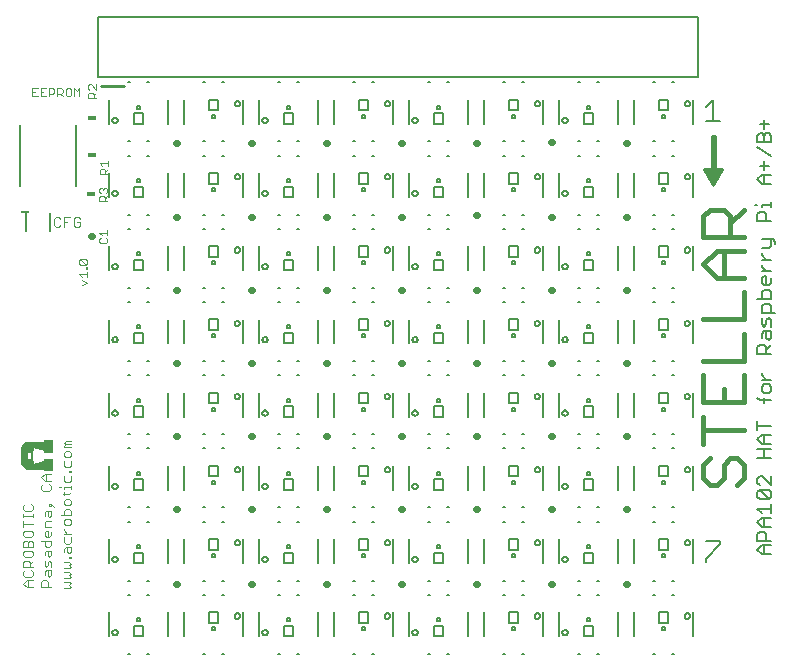
<source format=gto>
G75*
%MOIN*%
%OFA0B0*%
%FSLAX24Y24*%
%IPPOS*%
%LPD*%
%AMOC8*
5,1,8,0,0,1.08239X$1,22.5*
%
%ADD10C,0.0040*%
%ADD11C,0.0050*%
%ADD12C,0.0030*%
%ADD13C,0.0080*%
%ADD14C,0.0100*%
%ADD15C,0.0150*%
%ADD16C,0.0060*%
%ADD17R,0.0250X0.0100*%
%ADD18R,0.0300X0.0180*%
%ADD19C,0.0220*%
%ADD20C,0.0010*%
D10*
X000886Y002820D02*
X000780Y002927D01*
X000886Y003034D01*
X001100Y003034D01*
X001047Y003151D02*
X001100Y003205D01*
X001100Y003312D01*
X001047Y003365D01*
X001100Y003483D02*
X000780Y003483D01*
X000780Y003643D01*
X000833Y003696D01*
X000940Y003696D01*
X000993Y003643D01*
X000993Y003483D01*
X000993Y003590D02*
X001100Y003696D01*
X001047Y003814D02*
X001100Y003868D01*
X001100Y003975D01*
X001047Y004028D01*
X000833Y004028D01*
X000780Y003975D01*
X000780Y003868D01*
X000833Y003814D01*
X001047Y003814D01*
X001100Y004146D02*
X000780Y004146D01*
X000780Y004306D01*
X000833Y004359D01*
X000886Y004359D01*
X000940Y004306D01*
X000940Y004146D01*
X001100Y004146D02*
X001100Y004306D01*
X001047Y004359D01*
X000993Y004359D01*
X000940Y004306D01*
X001047Y004477D02*
X001100Y004531D01*
X001100Y004638D01*
X001047Y004691D01*
X000833Y004691D01*
X000780Y004638D01*
X000780Y004531D01*
X000833Y004477D01*
X001047Y004477D01*
X000780Y004809D02*
X000780Y005022D01*
X000780Y004916D02*
X001100Y004916D01*
X001486Y004969D02*
X001540Y005022D01*
X001700Y005022D01*
X001647Y005140D02*
X001593Y005194D01*
X001593Y005354D01*
X001540Y005354D02*
X001700Y005354D01*
X001700Y005194D01*
X001647Y005140D01*
X001486Y005194D02*
X001486Y005301D01*
X001540Y005354D01*
X001647Y005525D02*
X001700Y005525D01*
X001700Y005579D01*
X001647Y005579D01*
X001647Y005525D01*
X001700Y005579D02*
X001807Y005472D01*
X002030Y005201D02*
X002350Y005201D01*
X002350Y005361D01*
X002297Y005414D01*
X002190Y005414D01*
X002136Y005361D01*
X002136Y005201D01*
X002190Y005083D02*
X002136Y005030D01*
X002136Y004923D01*
X002190Y004869D01*
X002297Y004869D01*
X002350Y004923D01*
X002350Y005030D01*
X002297Y005083D01*
X002190Y005083D01*
X002136Y004753D02*
X002136Y004700D01*
X002243Y004593D01*
X002350Y004593D02*
X002136Y004593D01*
X002136Y004475D02*
X002136Y004315D01*
X002190Y004262D01*
X002297Y004262D01*
X002350Y004315D01*
X002350Y004475D01*
X002350Y004144D02*
X002350Y003984D01*
X002297Y003930D01*
X002243Y003984D01*
X002243Y004144D01*
X002190Y004144D02*
X002350Y004144D01*
X002190Y004144D02*
X002136Y004090D01*
X002136Y003984D01*
X002297Y003818D02*
X002350Y003818D01*
X002350Y003764D01*
X002297Y003764D01*
X002297Y003818D01*
X002297Y003646D02*
X002136Y003646D01*
X002297Y003646D02*
X002350Y003593D01*
X002297Y003540D01*
X002350Y003486D01*
X002297Y003433D01*
X002136Y003433D01*
X002136Y003315D02*
X002297Y003315D01*
X002350Y003262D01*
X002297Y003208D01*
X002350Y003155D01*
X002297Y003101D01*
X002136Y003101D01*
X002136Y002984D02*
X002297Y002984D01*
X002350Y002930D01*
X002297Y002877D01*
X002350Y002823D01*
X002297Y002770D01*
X002136Y002770D01*
X001700Y002820D02*
X001380Y002820D01*
X001380Y002980D01*
X001433Y003034D01*
X001540Y003034D01*
X001593Y002980D01*
X001593Y002820D01*
X001647Y003151D02*
X001593Y003205D01*
X001593Y003365D01*
X001540Y003365D02*
X001700Y003365D01*
X001700Y003205D01*
X001647Y003151D01*
X001486Y003205D02*
X001486Y003312D01*
X001540Y003365D01*
X001540Y003483D02*
X001486Y003536D01*
X001486Y003696D01*
X001593Y003643D02*
X001593Y003536D01*
X001540Y003483D01*
X001700Y003483D02*
X001700Y003643D01*
X001647Y003696D01*
X001593Y003643D01*
X001647Y003814D02*
X001593Y003868D01*
X001593Y004028D01*
X001540Y004028D02*
X001700Y004028D01*
X001700Y003868D01*
X001647Y003814D01*
X001486Y003868D02*
X001486Y003975D01*
X001540Y004028D01*
X001540Y004146D02*
X001486Y004199D01*
X001486Y004359D01*
X001380Y004359D02*
X001700Y004359D01*
X001700Y004199D01*
X001647Y004146D01*
X001540Y004146D01*
X001540Y004477D02*
X001486Y004531D01*
X001486Y004638D01*
X001540Y004691D01*
X001593Y004691D01*
X001593Y004477D01*
X001540Y004477D02*
X001647Y004477D01*
X001700Y004531D01*
X001700Y004638D01*
X001700Y004809D02*
X001486Y004809D01*
X001486Y004969D01*
X001100Y005140D02*
X001100Y005247D01*
X001100Y005194D02*
X000780Y005194D01*
X000780Y005247D02*
X000780Y005140D01*
X000833Y005361D02*
X000780Y005415D01*
X000780Y005522D01*
X000833Y005575D01*
X001047Y005575D02*
X001100Y005522D01*
X001100Y005415D01*
X001047Y005361D01*
X000833Y005361D01*
X001433Y006024D02*
X001647Y006024D01*
X001700Y006078D01*
X001700Y006184D01*
X001647Y006238D01*
X001700Y006356D02*
X001486Y006356D01*
X001380Y006463D01*
X001486Y006569D01*
X001700Y006569D01*
X001540Y006569D02*
X001540Y006356D01*
X001433Y006238D02*
X001380Y006184D01*
X001380Y006078D01*
X001433Y006024D01*
X001976Y006138D02*
X002030Y006138D01*
X002136Y006138D02*
X002350Y006138D01*
X002350Y006085D02*
X002350Y006192D01*
X002297Y006306D02*
X002350Y006359D01*
X002350Y006519D01*
X002350Y006637D02*
X002350Y006691D01*
X002297Y006691D01*
X002297Y006637D01*
X002350Y006637D01*
X002297Y006803D02*
X002350Y006856D01*
X002350Y007017D01*
X002297Y007135D02*
X002350Y007188D01*
X002350Y007295D01*
X002297Y007348D01*
X002190Y007348D01*
X002136Y007295D01*
X002136Y007188D01*
X002190Y007135D01*
X002297Y007135D01*
X002136Y007017D02*
X002136Y006856D01*
X002190Y006803D01*
X002297Y006803D01*
X002136Y006519D02*
X002136Y006359D01*
X002190Y006306D01*
X002297Y006306D01*
X002136Y006138D02*
X002136Y006085D01*
X002136Y005971D02*
X002136Y005864D01*
X002083Y005917D02*
X002297Y005917D01*
X002350Y005971D01*
X002297Y005746D02*
X002190Y005746D01*
X002136Y005692D01*
X002136Y005586D01*
X002190Y005532D01*
X002297Y005532D01*
X002350Y005586D01*
X002350Y005692D01*
X002297Y005746D01*
X002350Y007466D02*
X002136Y007466D01*
X002136Y007519D01*
X002190Y007573D01*
X002136Y007626D01*
X002190Y007680D01*
X002350Y007680D01*
X002350Y007573D02*
X002190Y007573D01*
X000833Y003365D02*
X000780Y003312D01*
X000780Y003205D01*
X000833Y003151D01*
X001047Y003151D01*
X000940Y003034D02*
X000940Y002820D01*
X000886Y002820D02*
X001100Y002820D01*
X001849Y014810D02*
X001796Y014863D01*
X001796Y015077D01*
X001849Y015130D01*
X001956Y015130D01*
X002009Y015077D01*
X002127Y015130D02*
X002127Y014810D01*
X002009Y014863D02*
X001956Y014810D01*
X001849Y014810D01*
X002127Y014970D02*
X002234Y014970D01*
X002127Y015130D02*
X002341Y015130D01*
X002459Y015077D02*
X002459Y014863D01*
X002512Y014810D01*
X002619Y014810D01*
X002672Y014863D01*
X002672Y014970D01*
X002565Y014970D01*
X002459Y015077D02*
X002512Y015130D01*
X002619Y015130D01*
X002672Y015077D01*
D11*
X025170Y015559D02*
X025245Y015559D01*
X025395Y015559D02*
X025695Y015559D01*
X025695Y015484D02*
X025695Y015634D01*
X025470Y015323D02*
X025545Y015248D01*
X025545Y015023D01*
X025695Y015023D02*
X025245Y015023D01*
X025245Y015248D01*
X025320Y015323D01*
X025470Y015323D01*
X025395Y015484D02*
X025395Y015559D01*
X025395Y016251D02*
X025245Y016401D01*
X025395Y016551D01*
X025695Y016551D01*
X025470Y016551D02*
X025470Y016251D01*
X025395Y016251D02*
X025695Y016251D01*
X025470Y016711D02*
X025470Y017012D01*
X025320Y016861D02*
X025620Y016861D01*
X025695Y017172D02*
X025245Y017472D01*
X025245Y017632D02*
X025245Y017857D01*
X025320Y017932D01*
X025395Y017932D01*
X025470Y017857D01*
X025470Y017632D01*
X025695Y017632D02*
X025695Y017857D01*
X025620Y017932D01*
X025545Y017932D01*
X025470Y017857D01*
X025470Y018093D02*
X025470Y018393D01*
X025320Y018243D02*
X025620Y018243D01*
X025695Y017632D02*
X025245Y017632D01*
X025395Y014403D02*
X025770Y014403D01*
X025845Y014328D01*
X025845Y014253D01*
X025695Y014178D02*
X025695Y014403D01*
X025695Y014178D02*
X025620Y014102D01*
X025395Y014102D01*
X025395Y013944D02*
X025395Y013869D01*
X025545Y013719D01*
X025695Y013719D02*
X025395Y013719D01*
X025395Y013560D02*
X025395Y013485D01*
X025545Y013335D01*
X025695Y013335D02*
X025395Y013335D01*
X025470Y013175D02*
X025395Y013100D01*
X025395Y012950D01*
X025470Y012875D01*
X025620Y012875D01*
X025695Y012950D01*
X025695Y013100D01*
X025545Y013175D02*
X025545Y012875D01*
X025620Y012715D02*
X025470Y012715D01*
X025395Y012640D01*
X025395Y012414D01*
X025245Y012414D02*
X025695Y012414D01*
X025695Y012640D01*
X025620Y012715D01*
X025620Y012254D02*
X025695Y012179D01*
X025695Y011954D01*
X025845Y011954D02*
X025395Y011954D01*
X025395Y012179D01*
X025470Y012254D01*
X025620Y012254D01*
X025620Y011794D02*
X025545Y011719D01*
X025545Y011569D01*
X025470Y011494D01*
X025395Y011569D01*
X025395Y011794D01*
X025620Y011794D02*
X025695Y011719D01*
X025695Y011494D01*
X025695Y011333D02*
X025470Y011333D01*
X025395Y011258D01*
X025395Y011108D01*
X025545Y011108D02*
X025545Y011333D01*
X025695Y011333D02*
X025695Y011108D01*
X025620Y011033D01*
X025545Y011108D01*
X025470Y010873D02*
X025320Y010873D01*
X025245Y010798D01*
X025245Y010573D01*
X025695Y010573D01*
X025545Y010573D02*
X025545Y010798D01*
X025470Y010873D01*
X025545Y010723D02*
X025695Y010873D01*
X025395Y009954D02*
X025395Y009879D01*
X025545Y009729D01*
X025695Y009729D02*
X025395Y009729D01*
X025470Y009569D02*
X025395Y009494D01*
X025395Y009343D01*
X025470Y009268D01*
X025620Y009268D01*
X025695Y009343D01*
X025695Y009494D01*
X025620Y009569D01*
X025470Y009569D01*
X025470Y009112D02*
X025470Y008961D01*
X025320Y009036D02*
X025245Y009112D01*
X025320Y009036D02*
X025695Y009036D01*
X025245Y008341D02*
X025245Y008041D01*
X025245Y008191D02*
X025695Y008191D01*
X025695Y007880D02*
X025395Y007880D01*
X025245Y007730D01*
X025395Y007580D01*
X025695Y007580D01*
X025695Y007420D02*
X025245Y007420D01*
X025470Y007420D02*
X025470Y007120D01*
X025695Y007120D02*
X025245Y007120D01*
X025470Y007580D02*
X025470Y007880D01*
X025395Y006499D02*
X025320Y006499D01*
X025245Y006424D01*
X025245Y006274D01*
X025320Y006199D01*
X025320Y006039D02*
X025620Y005739D01*
X025695Y005814D01*
X025695Y005964D01*
X025620Y006039D01*
X025320Y006039D01*
X025245Y005964D01*
X025245Y005814D01*
X025320Y005739D01*
X025620Y005739D01*
X025695Y005579D02*
X025695Y005278D01*
X025695Y005428D02*
X025245Y005428D01*
X025395Y005278D01*
X025395Y005118D02*
X025695Y005118D01*
X025470Y005118D02*
X025470Y004818D01*
X025395Y004818D02*
X025245Y004968D01*
X025395Y005118D01*
X025395Y004818D02*
X025695Y004818D01*
X025470Y004658D02*
X025545Y004583D01*
X025545Y004357D01*
X025695Y004357D02*
X025245Y004357D01*
X025245Y004583D01*
X025320Y004658D01*
X025470Y004658D01*
X025470Y004197D02*
X025470Y003897D01*
X025395Y003897D02*
X025245Y004047D01*
X025395Y004197D01*
X025695Y004197D01*
X025695Y003897D02*
X025395Y003897D01*
X025695Y006199D02*
X025395Y006499D01*
X025695Y006499D02*
X025695Y006199D01*
X025545Y013175D02*
X025470Y013175D01*
D12*
X003575Y014308D02*
X003530Y014263D01*
X003350Y014263D01*
X003305Y014308D01*
X003305Y014398D01*
X003350Y014443D01*
X003395Y014539D02*
X003305Y014629D01*
X003575Y014629D01*
X003575Y014539D02*
X003575Y014719D01*
X003530Y014443D02*
X003575Y014398D01*
X003575Y014308D01*
X002905Y013691D02*
X002860Y013736D01*
X002680Y013736D01*
X002860Y013556D01*
X002905Y013601D01*
X002905Y013691D01*
X002860Y013556D02*
X002680Y013556D01*
X002635Y013601D01*
X002635Y013691D01*
X002680Y013736D01*
X002860Y013463D02*
X002905Y013463D01*
X002905Y013417D01*
X002860Y013417D01*
X002860Y013463D01*
X002905Y013321D02*
X002905Y013141D01*
X002905Y013231D02*
X002635Y013231D01*
X002725Y013141D01*
X002725Y013045D02*
X002905Y012955D01*
X002725Y012865D01*
X003305Y015665D02*
X003305Y015800D01*
X003350Y015845D01*
X003440Y015845D01*
X003485Y015800D01*
X003485Y015665D01*
X003575Y015665D02*
X003305Y015665D01*
X003485Y015755D02*
X003575Y015845D01*
X003530Y015941D02*
X003575Y015986D01*
X003575Y016076D01*
X003530Y016121D01*
X003485Y016121D01*
X003440Y016076D01*
X003440Y016031D01*
X003440Y016076D02*
X003395Y016121D01*
X003350Y016121D01*
X003305Y016076D01*
X003305Y015986D01*
X003350Y015941D01*
X003315Y016565D02*
X003315Y016700D01*
X003360Y016745D01*
X003450Y016745D01*
X003495Y016700D01*
X003495Y016565D01*
X003585Y016565D02*
X003315Y016565D01*
X003495Y016655D02*
X003585Y016745D01*
X003585Y016841D02*
X003585Y017021D01*
X003585Y016931D02*
X003315Y016931D01*
X003405Y016841D01*
X003205Y019115D02*
X002935Y019115D01*
X002935Y019250D01*
X002980Y019295D01*
X003070Y019295D01*
X003115Y019250D01*
X003115Y019115D01*
X003115Y019205D02*
X003205Y019295D01*
X003205Y019391D02*
X003025Y019571D01*
X002980Y019571D01*
X002935Y019526D01*
X002935Y019436D01*
X002980Y019391D01*
X003205Y019391D02*
X003205Y019571D01*
X002639Y019435D02*
X002639Y019165D01*
X002459Y019165D02*
X002459Y019435D01*
X002549Y019345D01*
X002639Y019435D01*
X002363Y019390D02*
X002363Y019210D01*
X002318Y019165D01*
X002228Y019165D01*
X002183Y019210D01*
X002183Y019390D01*
X002228Y019435D01*
X002318Y019435D01*
X002363Y019390D01*
X002086Y019390D02*
X002086Y019300D01*
X002041Y019255D01*
X001906Y019255D01*
X001906Y019165D02*
X001906Y019435D01*
X002041Y019435D01*
X002086Y019390D01*
X001996Y019255D02*
X002086Y019165D01*
X001810Y019300D02*
X001765Y019255D01*
X001630Y019255D01*
X001630Y019165D02*
X001630Y019435D01*
X001765Y019435D01*
X001810Y019390D01*
X001810Y019300D01*
X001534Y019165D02*
X001354Y019165D01*
X001354Y019435D01*
X001534Y019435D01*
X001444Y019300D02*
X001354Y019300D01*
X001258Y019165D02*
X001078Y019165D01*
X001078Y019435D01*
X001258Y019435D01*
X001168Y019300D02*
X001078Y019300D01*
D13*
X003265Y019819D02*
X003265Y021819D01*
X023265Y021819D01*
X023265Y019819D01*
X003265Y019819D01*
X003636Y019044D02*
X003636Y018256D01*
X003745Y018374D02*
X003747Y018392D01*
X003753Y018410D01*
X003762Y018426D01*
X003774Y018439D01*
X003789Y018450D01*
X003806Y018458D01*
X003824Y018462D01*
X003842Y018462D01*
X003860Y018458D01*
X003877Y018450D01*
X003892Y018439D01*
X003904Y018426D01*
X003913Y018410D01*
X003919Y018392D01*
X003921Y018374D01*
X003919Y018356D01*
X003913Y018338D01*
X003904Y018322D01*
X003892Y018309D01*
X003877Y018298D01*
X003860Y018290D01*
X003842Y018286D01*
X003824Y018286D01*
X003806Y018290D01*
X003789Y018298D01*
X003774Y018309D01*
X003762Y018322D01*
X003753Y018338D01*
X003747Y018356D01*
X003745Y018374D01*
X004470Y018250D02*
X004470Y018600D01*
X004770Y018600D01*
X004770Y018250D01*
X004470Y018250D01*
X004570Y018750D02*
X004570Y018850D01*
X004670Y018850D01*
X004670Y018750D01*
X004570Y018750D01*
X004344Y019634D02*
X004266Y019634D01*
X004896Y019634D02*
X004974Y019634D01*
X005604Y019044D02*
X005604Y018256D01*
X006136Y018256D02*
X006136Y019044D01*
X006766Y019634D02*
X006844Y019634D01*
X007396Y019634D02*
X007474Y019634D01*
X007270Y019050D02*
X006970Y019050D01*
X006970Y018700D01*
X007270Y018700D01*
X007270Y019050D01*
X007170Y018550D02*
X007070Y018550D01*
X007070Y018450D01*
X007170Y018450D01*
X007170Y018550D01*
X007819Y018926D02*
X007821Y018944D01*
X007827Y018962D01*
X007836Y018978D01*
X007848Y018991D01*
X007863Y019002D01*
X007880Y019010D01*
X007898Y019014D01*
X007916Y019014D01*
X007934Y019010D01*
X007951Y019002D01*
X007966Y018991D01*
X007978Y018978D01*
X007987Y018962D01*
X007993Y018944D01*
X007995Y018926D01*
X007993Y018908D01*
X007987Y018890D01*
X007978Y018874D01*
X007966Y018861D01*
X007951Y018850D01*
X007934Y018842D01*
X007916Y018838D01*
X007898Y018838D01*
X007880Y018842D01*
X007863Y018850D01*
X007848Y018861D01*
X007836Y018874D01*
X007827Y018890D01*
X007821Y018908D01*
X007819Y018926D01*
X008104Y019044D02*
X008104Y018256D01*
X008636Y018256D02*
X008636Y019044D01*
X008745Y018374D02*
X008747Y018392D01*
X008753Y018410D01*
X008762Y018426D01*
X008774Y018439D01*
X008789Y018450D01*
X008806Y018458D01*
X008824Y018462D01*
X008842Y018462D01*
X008860Y018458D01*
X008877Y018450D01*
X008892Y018439D01*
X008904Y018426D01*
X008913Y018410D01*
X008919Y018392D01*
X008921Y018374D01*
X008919Y018356D01*
X008913Y018338D01*
X008904Y018322D01*
X008892Y018309D01*
X008877Y018298D01*
X008860Y018290D01*
X008842Y018286D01*
X008824Y018286D01*
X008806Y018290D01*
X008789Y018298D01*
X008774Y018309D01*
X008762Y018322D01*
X008753Y018338D01*
X008747Y018356D01*
X008745Y018374D01*
X009470Y018250D02*
X009470Y018600D01*
X009770Y018600D01*
X009770Y018250D01*
X009470Y018250D01*
X009570Y018750D02*
X009570Y018850D01*
X009670Y018850D01*
X009670Y018750D01*
X009570Y018750D01*
X009344Y019634D02*
X009266Y019634D01*
X009896Y019634D02*
X009974Y019634D01*
X010604Y019044D02*
X010604Y018256D01*
X011136Y018256D02*
X011136Y019044D01*
X011766Y019634D02*
X011844Y019634D01*
X012396Y019634D02*
X012474Y019634D01*
X012270Y019050D02*
X011970Y019050D01*
X011970Y018700D01*
X012270Y018700D01*
X012270Y019050D01*
X012170Y018550D02*
X012170Y018450D01*
X012070Y018450D01*
X012070Y018550D01*
X012170Y018550D01*
X012819Y018926D02*
X012821Y018944D01*
X012827Y018962D01*
X012836Y018978D01*
X012848Y018991D01*
X012863Y019002D01*
X012880Y019010D01*
X012898Y019014D01*
X012916Y019014D01*
X012934Y019010D01*
X012951Y019002D01*
X012966Y018991D01*
X012978Y018978D01*
X012987Y018962D01*
X012993Y018944D01*
X012995Y018926D01*
X012993Y018908D01*
X012987Y018890D01*
X012978Y018874D01*
X012966Y018861D01*
X012951Y018850D01*
X012934Y018842D01*
X012916Y018838D01*
X012898Y018838D01*
X012880Y018842D01*
X012863Y018850D01*
X012848Y018861D01*
X012836Y018874D01*
X012827Y018890D01*
X012821Y018908D01*
X012819Y018926D01*
X013104Y019044D02*
X013104Y018256D01*
X012474Y017666D02*
X012396Y017666D01*
X011844Y017666D02*
X011766Y017666D01*
X011766Y017194D02*
X011844Y017194D01*
X012396Y017194D02*
X012474Y017194D01*
X012270Y016610D02*
X011970Y016610D01*
X011970Y016260D01*
X012270Y016260D01*
X012270Y016610D01*
X012170Y016110D02*
X012170Y016010D01*
X012070Y016010D01*
X012070Y016110D01*
X012170Y016110D01*
X012819Y016486D02*
X012821Y016504D01*
X012827Y016522D01*
X012836Y016538D01*
X012848Y016551D01*
X012863Y016562D01*
X012880Y016570D01*
X012898Y016574D01*
X012916Y016574D01*
X012934Y016570D01*
X012951Y016562D01*
X012966Y016551D01*
X012978Y016538D01*
X012987Y016522D01*
X012993Y016504D01*
X012995Y016486D01*
X012993Y016468D01*
X012987Y016450D01*
X012978Y016434D01*
X012966Y016421D01*
X012951Y016410D01*
X012934Y016402D01*
X012916Y016398D01*
X012898Y016398D01*
X012880Y016402D01*
X012863Y016410D01*
X012848Y016421D01*
X012836Y016434D01*
X012827Y016450D01*
X012821Y016468D01*
X012819Y016486D01*
X013104Y016604D02*
X013104Y015816D01*
X012474Y015226D02*
X012396Y015226D01*
X012396Y014754D02*
X012474Y014754D01*
X011844Y014754D02*
X011766Y014754D01*
X011766Y015226D02*
X011844Y015226D01*
X011136Y015816D02*
X011136Y016604D01*
X010604Y016604D02*
X010604Y015816D01*
X009974Y015226D02*
X009896Y015226D01*
X009896Y014754D02*
X009974Y014754D01*
X009344Y014754D02*
X009266Y014754D01*
X009266Y015226D02*
X009344Y015226D01*
X009470Y015810D02*
X009470Y016160D01*
X009770Y016160D01*
X009770Y015810D01*
X009470Y015810D01*
X009570Y016310D02*
X009570Y016410D01*
X009670Y016410D01*
X009670Y016310D01*
X009570Y016310D01*
X008745Y015934D02*
X008747Y015952D01*
X008753Y015970D01*
X008762Y015986D01*
X008774Y015999D01*
X008789Y016010D01*
X008806Y016018D01*
X008824Y016022D01*
X008842Y016022D01*
X008860Y016018D01*
X008877Y016010D01*
X008892Y015999D01*
X008904Y015986D01*
X008913Y015970D01*
X008919Y015952D01*
X008921Y015934D01*
X008919Y015916D01*
X008913Y015898D01*
X008904Y015882D01*
X008892Y015869D01*
X008877Y015858D01*
X008860Y015850D01*
X008842Y015846D01*
X008824Y015846D01*
X008806Y015850D01*
X008789Y015858D01*
X008774Y015869D01*
X008762Y015882D01*
X008753Y015898D01*
X008747Y015916D01*
X008745Y015934D01*
X008636Y015816D02*
X008636Y016604D01*
X008104Y016604D02*
X008104Y015816D01*
X007474Y015226D02*
X007396Y015226D01*
X007396Y014754D02*
X007474Y014754D01*
X006844Y014754D02*
X006766Y014754D01*
X006766Y015226D02*
X006844Y015226D01*
X007070Y016010D02*
X007070Y016110D01*
X007170Y016110D01*
X007170Y016010D01*
X007070Y016010D01*
X006970Y016260D02*
X006970Y016610D01*
X007270Y016610D01*
X007270Y016260D01*
X006970Y016260D01*
X006136Y016604D02*
X006136Y015816D01*
X005604Y015816D02*
X005604Y016604D01*
X004974Y017194D02*
X004896Y017194D01*
X004344Y017194D02*
X004266Y017194D01*
X004266Y017666D02*
X004344Y017666D01*
X004896Y017666D02*
X004974Y017666D01*
X003636Y016604D02*
X003636Y015816D01*
X003745Y015934D02*
X003747Y015952D01*
X003753Y015970D01*
X003762Y015986D01*
X003774Y015999D01*
X003789Y016010D01*
X003806Y016018D01*
X003824Y016022D01*
X003842Y016022D01*
X003860Y016018D01*
X003877Y016010D01*
X003892Y015999D01*
X003904Y015986D01*
X003913Y015970D01*
X003919Y015952D01*
X003921Y015934D01*
X003919Y015916D01*
X003913Y015898D01*
X003904Y015882D01*
X003892Y015869D01*
X003877Y015858D01*
X003860Y015850D01*
X003842Y015846D01*
X003824Y015846D01*
X003806Y015850D01*
X003789Y015858D01*
X003774Y015869D01*
X003762Y015882D01*
X003753Y015898D01*
X003747Y015916D01*
X003745Y015934D01*
X004470Y015810D02*
X004470Y016160D01*
X004770Y016160D01*
X004770Y015810D01*
X004470Y015810D01*
X004570Y016310D02*
X004570Y016410D01*
X004670Y016410D01*
X004670Y016310D01*
X004570Y016310D01*
X004344Y015226D02*
X004266Y015226D01*
X004266Y014754D02*
X004344Y014754D01*
X004896Y014754D02*
X004974Y014754D01*
X004974Y015226D02*
X004896Y015226D01*
X005604Y014164D02*
X005604Y013376D01*
X006136Y013376D02*
X006136Y014164D01*
X006970Y014170D02*
X006970Y013820D01*
X007270Y013820D01*
X007270Y014170D01*
X006970Y014170D01*
X007070Y013670D02*
X007070Y013570D01*
X007170Y013570D01*
X007170Y013670D01*
X007070Y013670D01*
X006844Y012786D02*
X006766Y012786D01*
X006766Y012314D02*
X006844Y012314D01*
X007396Y012314D02*
X007474Y012314D01*
X007474Y012786D02*
X007396Y012786D01*
X008104Y013376D02*
X008104Y014164D01*
X007819Y014046D02*
X007821Y014064D01*
X007827Y014082D01*
X007836Y014098D01*
X007848Y014111D01*
X007863Y014122D01*
X007880Y014130D01*
X007898Y014134D01*
X007916Y014134D01*
X007934Y014130D01*
X007951Y014122D01*
X007966Y014111D01*
X007978Y014098D01*
X007987Y014082D01*
X007993Y014064D01*
X007995Y014046D01*
X007993Y014028D01*
X007987Y014010D01*
X007978Y013994D01*
X007966Y013981D01*
X007951Y013970D01*
X007934Y013962D01*
X007916Y013958D01*
X007898Y013958D01*
X007880Y013962D01*
X007863Y013970D01*
X007848Y013981D01*
X007836Y013994D01*
X007827Y014010D01*
X007821Y014028D01*
X007819Y014046D01*
X008636Y014164D02*
X008636Y013376D01*
X008745Y013494D02*
X008747Y013512D01*
X008753Y013530D01*
X008762Y013546D01*
X008774Y013559D01*
X008789Y013570D01*
X008806Y013578D01*
X008824Y013582D01*
X008842Y013582D01*
X008860Y013578D01*
X008877Y013570D01*
X008892Y013559D01*
X008904Y013546D01*
X008913Y013530D01*
X008919Y013512D01*
X008921Y013494D01*
X008919Y013476D01*
X008913Y013458D01*
X008904Y013442D01*
X008892Y013429D01*
X008877Y013418D01*
X008860Y013410D01*
X008842Y013406D01*
X008824Y013406D01*
X008806Y013410D01*
X008789Y013418D01*
X008774Y013429D01*
X008762Y013442D01*
X008753Y013458D01*
X008747Y013476D01*
X008745Y013494D01*
X009470Y013370D02*
X009470Y013720D01*
X009770Y013720D01*
X009770Y013370D01*
X009470Y013370D01*
X009344Y012786D02*
X009266Y012786D01*
X009266Y012314D02*
X009344Y012314D01*
X009896Y012314D02*
X009974Y012314D01*
X009974Y012786D02*
X009896Y012786D01*
X010604Y013376D02*
X010604Y014164D01*
X011136Y014164D02*
X011136Y013376D01*
X011766Y012786D02*
X011844Y012786D01*
X011844Y012314D02*
X011766Y012314D01*
X011970Y011730D02*
X011970Y011380D01*
X012270Y011380D01*
X012270Y011730D01*
X011970Y011730D01*
X012070Y011230D02*
X012070Y011130D01*
X012170Y011130D01*
X012170Y011230D01*
X012070Y011230D01*
X012819Y011606D02*
X012821Y011624D01*
X012827Y011642D01*
X012836Y011658D01*
X012848Y011671D01*
X012863Y011682D01*
X012880Y011690D01*
X012898Y011694D01*
X012916Y011694D01*
X012934Y011690D01*
X012951Y011682D01*
X012966Y011671D01*
X012978Y011658D01*
X012987Y011642D01*
X012993Y011624D01*
X012995Y011606D01*
X012993Y011588D01*
X012987Y011570D01*
X012978Y011554D01*
X012966Y011541D01*
X012951Y011530D01*
X012934Y011522D01*
X012916Y011518D01*
X012898Y011518D01*
X012880Y011522D01*
X012863Y011530D01*
X012848Y011541D01*
X012836Y011554D01*
X012827Y011570D01*
X012821Y011588D01*
X012819Y011606D01*
X013104Y011724D02*
X013104Y010936D01*
X012474Y010346D02*
X012396Y010346D01*
X012396Y009874D02*
X012474Y009874D01*
X011844Y009874D02*
X011766Y009874D01*
X011766Y010346D02*
X011844Y010346D01*
X011136Y010936D02*
X011136Y011724D01*
X010604Y011724D02*
X010604Y010936D01*
X009974Y010346D02*
X009896Y010346D01*
X009896Y009874D02*
X009974Y009874D01*
X009344Y009874D02*
X009266Y009874D01*
X009266Y010346D02*
X009344Y010346D01*
X009470Y010930D02*
X009470Y011280D01*
X009770Y011280D01*
X009770Y010930D01*
X009470Y010930D01*
X009570Y011430D02*
X009570Y011530D01*
X009670Y011530D01*
X009670Y011430D01*
X009570Y011430D01*
X008745Y011054D02*
X008747Y011072D01*
X008753Y011090D01*
X008762Y011106D01*
X008774Y011119D01*
X008789Y011130D01*
X008806Y011138D01*
X008824Y011142D01*
X008842Y011142D01*
X008860Y011138D01*
X008877Y011130D01*
X008892Y011119D01*
X008904Y011106D01*
X008913Y011090D01*
X008919Y011072D01*
X008921Y011054D01*
X008919Y011036D01*
X008913Y011018D01*
X008904Y011002D01*
X008892Y010989D01*
X008877Y010978D01*
X008860Y010970D01*
X008842Y010966D01*
X008824Y010966D01*
X008806Y010970D01*
X008789Y010978D01*
X008774Y010989D01*
X008762Y011002D01*
X008753Y011018D01*
X008747Y011036D01*
X008745Y011054D01*
X008636Y010936D02*
X008636Y011724D01*
X008104Y011724D02*
X008104Y010936D01*
X007474Y010346D02*
X007396Y010346D01*
X007396Y009874D02*
X007474Y009874D01*
X006844Y009874D02*
X006766Y009874D01*
X006766Y010346D02*
X006844Y010346D01*
X007070Y011130D02*
X007070Y011230D01*
X007170Y011230D01*
X007170Y011130D01*
X007070Y011130D01*
X006970Y011380D02*
X006970Y011730D01*
X007270Y011730D01*
X007270Y011380D01*
X006970Y011380D01*
X006136Y011724D02*
X006136Y010936D01*
X005604Y010936D02*
X005604Y011724D01*
X004974Y012314D02*
X004896Y012314D01*
X004896Y012786D02*
X004974Y012786D01*
X004770Y013370D02*
X004470Y013370D01*
X004470Y013720D01*
X004770Y013720D01*
X004770Y013370D01*
X004344Y012786D02*
X004266Y012786D01*
X004266Y012314D02*
X004344Y012314D01*
X003636Y011724D02*
X003636Y010936D01*
X003745Y011054D02*
X003747Y011072D01*
X003753Y011090D01*
X003762Y011106D01*
X003774Y011119D01*
X003789Y011130D01*
X003806Y011138D01*
X003824Y011142D01*
X003842Y011142D01*
X003860Y011138D01*
X003877Y011130D01*
X003892Y011119D01*
X003904Y011106D01*
X003913Y011090D01*
X003919Y011072D01*
X003921Y011054D01*
X003919Y011036D01*
X003913Y011018D01*
X003904Y011002D01*
X003892Y010989D01*
X003877Y010978D01*
X003860Y010970D01*
X003842Y010966D01*
X003824Y010966D01*
X003806Y010970D01*
X003789Y010978D01*
X003774Y010989D01*
X003762Y011002D01*
X003753Y011018D01*
X003747Y011036D01*
X003745Y011054D01*
X004470Y010930D02*
X004470Y011280D01*
X004770Y011280D01*
X004770Y010930D01*
X004470Y010930D01*
X004344Y010346D02*
X004266Y010346D01*
X004266Y009874D02*
X004344Y009874D01*
X004896Y009874D02*
X004974Y009874D01*
X004974Y010346D02*
X004896Y010346D01*
X004670Y011430D02*
X004670Y011530D01*
X004570Y011530D01*
X004570Y011430D01*
X004670Y011430D01*
X003636Y013376D02*
X003636Y014164D01*
X003745Y013494D02*
X003747Y013512D01*
X003753Y013530D01*
X003762Y013546D01*
X003774Y013559D01*
X003789Y013570D01*
X003806Y013578D01*
X003824Y013582D01*
X003842Y013582D01*
X003860Y013578D01*
X003877Y013570D01*
X003892Y013559D01*
X003904Y013546D01*
X003913Y013530D01*
X003919Y013512D01*
X003921Y013494D01*
X003919Y013476D01*
X003913Y013458D01*
X003904Y013442D01*
X003892Y013429D01*
X003877Y013418D01*
X003860Y013410D01*
X003842Y013406D01*
X003824Y013406D01*
X003806Y013410D01*
X003789Y013418D01*
X003774Y013429D01*
X003762Y013442D01*
X003753Y013458D01*
X003747Y013476D01*
X003745Y013494D01*
X004570Y013870D02*
X004570Y013970D01*
X004670Y013970D01*
X004670Y013870D01*
X004570Y013870D01*
X001664Y014665D02*
X001664Y015295D01*
X000876Y015295D02*
X000876Y014665D01*
X006766Y017194D02*
X006844Y017194D01*
X007396Y017194D02*
X007474Y017194D01*
X007474Y017666D02*
X007396Y017666D01*
X006844Y017666D02*
X006766Y017666D01*
X007819Y016486D02*
X007821Y016504D01*
X007827Y016522D01*
X007836Y016538D01*
X007848Y016551D01*
X007863Y016562D01*
X007880Y016570D01*
X007898Y016574D01*
X007916Y016574D01*
X007934Y016570D01*
X007951Y016562D01*
X007966Y016551D01*
X007978Y016538D01*
X007987Y016522D01*
X007993Y016504D01*
X007995Y016486D01*
X007993Y016468D01*
X007987Y016450D01*
X007978Y016434D01*
X007966Y016421D01*
X007951Y016410D01*
X007934Y016402D01*
X007916Y016398D01*
X007898Y016398D01*
X007880Y016402D01*
X007863Y016410D01*
X007848Y016421D01*
X007836Y016434D01*
X007827Y016450D01*
X007821Y016468D01*
X007819Y016486D01*
X009266Y017194D02*
X009344Y017194D01*
X009896Y017194D02*
X009974Y017194D01*
X009974Y017666D02*
X009896Y017666D01*
X009344Y017666D02*
X009266Y017666D01*
X011970Y014170D02*
X011970Y013820D01*
X012270Y013820D01*
X012270Y014170D01*
X011970Y014170D01*
X012070Y013670D02*
X012070Y013570D01*
X012170Y013570D01*
X012170Y013670D01*
X012070Y013670D01*
X012819Y014046D02*
X012821Y014064D01*
X012827Y014082D01*
X012836Y014098D01*
X012848Y014111D01*
X012863Y014122D01*
X012880Y014130D01*
X012898Y014134D01*
X012916Y014134D01*
X012934Y014130D01*
X012951Y014122D01*
X012966Y014111D01*
X012978Y014098D01*
X012987Y014082D01*
X012993Y014064D01*
X012995Y014046D01*
X012993Y014028D01*
X012987Y014010D01*
X012978Y013994D01*
X012966Y013981D01*
X012951Y013970D01*
X012934Y013962D01*
X012916Y013958D01*
X012898Y013958D01*
X012880Y013962D01*
X012863Y013970D01*
X012848Y013981D01*
X012836Y013994D01*
X012827Y014010D01*
X012821Y014028D01*
X012819Y014046D01*
X013104Y014164D02*
X013104Y013376D01*
X012474Y012786D02*
X012396Y012786D01*
X012396Y012314D02*
X012474Y012314D01*
X013636Y011724D02*
X013636Y010936D01*
X013745Y011054D02*
X013747Y011072D01*
X013753Y011090D01*
X013762Y011106D01*
X013774Y011119D01*
X013789Y011130D01*
X013806Y011138D01*
X013824Y011142D01*
X013842Y011142D01*
X013860Y011138D01*
X013877Y011130D01*
X013892Y011119D01*
X013904Y011106D01*
X013913Y011090D01*
X013919Y011072D01*
X013921Y011054D01*
X013919Y011036D01*
X013913Y011018D01*
X013904Y011002D01*
X013892Y010989D01*
X013877Y010978D01*
X013860Y010970D01*
X013842Y010966D01*
X013824Y010966D01*
X013806Y010970D01*
X013789Y010978D01*
X013774Y010989D01*
X013762Y011002D01*
X013753Y011018D01*
X013747Y011036D01*
X013745Y011054D01*
X014470Y010930D02*
X014470Y011280D01*
X014770Y011280D01*
X014770Y010930D01*
X014470Y010930D01*
X014344Y010346D02*
X014266Y010346D01*
X014266Y009874D02*
X014344Y009874D01*
X014896Y009874D02*
X014974Y009874D01*
X014974Y010346D02*
X014896Y010346D01*
X015604Y010936D02*
X015604Y011724D01*
X016136Y011724D02*
X016136Y010936D01*
X016766Y010346D02*
X016844Y010346D01*
X016844Y009874D02*
X016766Y009874D01*
X016970Y009290D02*
X016970Y008940D01*
X017270Y008940D01*
X017270Y009290D01*
X016970Y009290D01*
X017070Y008790D02*
X017070Y008690D01*
X017170Y008690D01*
X017170Y008790D01*
X017070Y008790D01*
X017819Y009166D02*
X017821Y009184D01*
X017827Y009202D01*
X017836Y009218D01*
X017848Y009231D01*
X017863Y009242D01*
X017880Y009250D01*
X017898Y009254D01*
X017916Y009254D01*
X017934Y009250D01*
X017951Y009242D01*
X017966Y009231D01*
X017978Y009218D01*
X017987Y009202D01*
X017993Y009184D01*
X017995Y009166D01*
X017993Y009148D01*
X017987Y009130D01*
X017978Y009114D01*
X017966Y009101D01*
X017951Y009090D01*
X017934Y009082D01*
X017916Y009078D01*
X017898Y009078D01*
X017880Y009082D01*
X017863Y009090D01*
X017848Y009101D01*
X017836Y009114D01*
X017827Y009130D01*
X017821Y009148D01*
X017819Y009166D01*
X018104Y009284D02*
X018104Y008496D01*
X018636Y008496D02*
X018636Y009284D01*
X018745Y008614D02*
X018747Y008632D01*
X018753Y008650D01*
X018762Y008666D01*
X018774Y008679D01*
X018789Y008690D01*
X018806Y008698D01*
X018824Y008702D01*
X018842Y008702D01*
X018860Y008698D01*
X018877Y008690D01*
X018892Y008679D01*
X018904Y008666D01*
X018913Y008650D01*
X018919Y008632D01*
X018921Y008614D01*
X018919Y008596D01*
X018913Y008578D01*
X018904Y008562D01*
X018892Y008549D01*
X018877Y008538D01*
X018860Y008530D01*
X018842Y008526D01*
X018824Y008526D01*
X018806Y008530D01*
X018789Y008538D01*
X018774Y008549D01*
X018762Y008562D01*
X018753Y008578D01*
X018747Y008596D01*
X018745Y008614D01*
X019470Y008490D02*
X019470Y008840D01*
X019770Y008840D01*
X019770Y008490D01*
X019470Y008490D01*
X019344Y007906D02*
X019266Y007906D01*
X019266Y007434D02*
X019344Y007434D01*
X019896Y007434D02*
X019974Y007434D01*
X019974Y007906D02*
X019896Y007906D01*
X020604Y008496D02*
X020604Y009284D01*
X021136Y009284D02*
X021136Y008496D01*
X021766Y007906D02*
X021844Y007906D01*
X021844Y007434D02*
X021766Y007434D01*
X022396Y007434D02*
X022474Y007434D01*
X022474Y007906D02*
X022396Y007906D01*
X022170Y008690D02*
X022070Y008690D01*
X022070Y008790D01*
X022170Y008790D01*
X022170Y008690D01*
X022270Y008940D02*
X021970Y008940D01*
X021970Y009290D01*
X022270Y009290D01*
X022270Y008940D01*
X022819Y009166D02*
X022821Y009184D01*
X022827Y009202D01*
X022836Y009218D01*
X022848Y009231D01*
X022863Y009242D01*
X022880Y009250D01*
X022898Y009254D01*
X022916Y009254D01*
X022934Y009250D01*
X022951Y009242D01*
X022966Y009231D01*
X022978Y009218D01*
X022987Y009202D01*
X022993Y009184D01*
X022995Y009166D01*
X022993Y009148D01*
X022987Y009130D01*
X022978Y009114D01*
X022966Y009101D01*
X022951Y009090D01*
X022934Y009082D01*
X022916Y009078D01*
X022898Y009078D01*
X022880Y009082D01*
X022863Y009090D01*
X022848Y009101D01*
X022836Y009114D01*
X022827Y009130D01*
X022821Y009148D01*
X022819Y009166D01*
X023104Y009284D02*
X023104Y008496D01*
X022474Y009874D02*
X022396Y009874D01*
X022396Y010346D02*
X022474Y010346D01*
X021844Y010346D02*
X021766Y010346D01*
X021766Y009874D02*
X021844Y009874D01*
X021136Y010936D02*
X021136Y011724D01*
X020604Y011724D02*
X020604Y010936D01*
X019974Y010346D02*
X019896Y010346D01*
X019896Y009874D02*
X019974Y009874D01*
X019344Y009874D02*
X019266Y009874D01*
X019266Y010346D02*
X019344Y010346D01*
X019470Y010930D02*
X019470Y011280D01*
X019770Y011280D01*
X019770Y010930D01*
X019470Y010930D01*
X019570Y011430D02*
X019570Y011530D01*
X019670Y011530D01*
X019670Y011430D01*
X019570Y011430D01*
X018745Y011054D02*
X018747Y011072D01*
X018753Y011090D01*
X018762Y011106D01*
X018774Y011119D01*
X018789Y011130D01*
X018806Y011138D01*
X018824Y011142D01*
X018842Y011142D01*
X018860Y011138D01*
X018877Y011130D01*
X018892Y011119D01*
X018904Y011106D01*
X018913Y011090D01*
X018919Y011072D01*
X018921Y011054D01*
X018919Y011036D01*
X018913Y011018D01*
X018904Y011002D01*
X018892Y010989D01*
X018877Y010978D01*
X018860Y010970D01*
X018842Y010966D01*
X018824Y010966D01*
X018806Y010970D01*
X018789Y010978D01*
X018774Y010989D01*
X018762Y011002D01*
X018753Y011018D01*
X018747Y011036D01*
X018745Y011054D01*
X018636Y010936D02*
X018636Y011724D01*
X018104Y011724D02*
X018104Y010936D01*
X017819Y011606D02*
X017821Y011624D01*
X017827Y011642D01*
X017836Y011658D01*
X017848Y011671D01*
X017863Y011682D01*
X017880Y011690D01*
X017898Y011694D01*
X017916Y011694D01*
X017934Y011690D01*
X017951Y011682D01*
X017966Y011671D01*
X017978Y011658D01*
X017987Y011642D01*
X017993Y011624D01*
X017995Y011606D01*
X017993Y011588D01*
X017987Y011570D01*
X017978Y011554D01*
X017966Y011541D01*
X017951Y011530D01*
X017934Y011522D01*
X017916Y011518D01*
X017898Y011518D01*
X017880Y011522D01*
X017863Y011530D01*
X017848Y011541D01*
X017836Y011554D01*
X017827Y011570D01*
X017821Y011588D01*
X017819Y011606D01*
X017270Y011730D02*
X017270Y011380D01*
X016970Y011380D01*
X016970Y011730D01*
X017270Y011730D01*
X017170Y011230D02*
X017170Y011130D01*
X017070Y011130D01*
X017070Y011230D01*
X017170Y011230D01*
X017396Y010346D02*
X017474Y010346D01*
X017474Y009874D02*
X017396Y009874D01*
X016136Y009284D02*
X016136Y008496D01*
X015604Y008496D02*
X015604Y009284D01*
X014770Y008840D02*
X014770Y008490D01*
X014470Y008490D01*
X014470Y008840D01*
X014770Y008840D01*
X014670Y008990D02*
X014670Y009090D01*
X014570Y009090D01*
X014570Y008990D01*
X014670Y008990D01*
X013745Y008614D02*
X013747Y008632D01*
X013753Y008650D01*
X013762Y008666D01*
X013774Y008679D01*
X013789Y008690D01*
X013806Y008698D01*
X013824Y008702D01*
X013842Y008702D01*
X013860Y008698D01*
X013877Y008690D01*
X013892Y008679D01*
X013904Y008666D01*
X013913Y008650D01*
X013919Y008632D01*
X013921Y008614D01*
X013919Y008596D01*
X013913Y008578D01*
X013904Y008562D01*
X013892Y008549D01*
X013877Y008538D01*
X013860Y008530D01*
X013842Y008526D01*
X013824Y008526D01*
X013806Y008530D01*
X013789Y008538D01*
X013774Y008549D01*
X013762Y008562D01*
X013753Y008578D01*
X013747Y008596D01*
X013745Y008614D01*
X013636Y008496D02*
X013636Y009284D01*
X013104Y009284D02*
X013104Y008496D01*
X012819Y009166D02*
X012821Y009184D01*
X012827Y009202D01*
X012836Y009218D01*
X012848Y009231D01*
X012863Y009242D01*
X012880Y009250D01*
X012898Y009254D01*
X012916Y009254D01*
X012934Y009250D01*
X012951Y009242D01*
X012966Y009231D01*
X012978Y009218D01*
X012987Y009202D01*
X012993Y009184D01*
X012995Y009166D01*
X012993Y009148D01*
X012987Y009130D01*
X012978Y009114D01*
X012966Y009101D01*
X012951Y009090D01*
X012934Y009082D01*
X012916Y009078D01*
X012898Y009078D01*
X012880Y009082D01*
X012863Y009090D01*
X012848Y009101D01*
X012836Y009114D01*
X012827Y009130D01*
X012821Y009148D01*
X012819Y009166D01*
X012270Y009290D02*
X012270Y008940D01*
X011970Y008940D01*
X011970Y009290D01*
X012270Y009290D01*
X012170Y008790D02*
X012170Y008690D01*
X012070Y008690D01*
X012070Y008790D01*
X012170Y008790D01*
X012396Y007906D02*
X012474Y007906D01*
X012474Y007434D02*
X012396Y007434D01*
X011844Y007434D02*
X011766Y007434D01*
X011766Y007906D02*
X011844Y007906D01*
X011136Y008496D02*
X011136Y009284D01*
X010604Y009284D02*
X010604Y008496D01*
X009770Y008490D02*
X009770Y008840D01*
X009470Y008840D01*
X009470Y008490D01*
X009770Y008490D01*
X009896Y007906D02*
X009974Y007906D01*
X009974Y007434D02*
X009896Y007434D01*
X009344Y007434D02*
X009266Y007434D01*
X009266Y007906D02*
X009344Y007906D01*
X008745Y008614D02*
X008747Y008632D01*
X008753Y008650D01*
X008762Y008666D01*
X008774Y008679D01*
X008789Y008690D01*
X008806Y008698D01*
X008824Y008702D01*
X008842Y008702D01*
X008860Y008698D01*
X008877Y008690D01*
X008892Y008679D01*
X008904Y008666D01*
X008913Y008650D01*
X008919Y008632D01*
X008921Y008614D01*
X008919Y008596D01*
X008913Y008578D01*
X008904Y008562D01*
X008892Y008549D01*
X008877Y008538D01*
X008860Y008530D01*
X008842Y008526D01*
X008824Y008526D01*
X008806Y008530D01*
X008789Y008538D01*
X008774Y008549D01*
X008762Y008562D01*
X008753Y008578D01*
X008747Y008596D01*
X008745Y008614D01*
X008636Y008496D02*
X008636Y009284D01*
X008104Y009284D02*
X008104Y008496D01*
X007819Y009166D02*
X007821Y009184D01*
X007827Y009202D01*
X007836Y009218D01*
X007848Y009231D01*
X007863Y009242D01*
X007880Y009250D01*
X007898Y009254D01*
X007916Y009254D01*
X007934Y009250D01*
X007951Y009242D01*
X007966Y009231D01*
X007978Y009218D01*
X007987Y009202D01*
X007993Y009184D01*
X007995Y009166D01*
X007993Y009148D01*
X007987Y009130D01*
X007978Y009114D01*
X007966Y009101D01*
X007951Y009090D01*
X007934Y009082D01*
X007916Y009078D01*
X007898Y009078D01*
X007880Y009082D01*
X007863Y009090D01*
X007848Y009101D01*
X007836Y009114D01*
X007827Y009130D01*
X007821Y009148D01*
X007819Y009166D01*
X007270Y009290D02*
X007270Y008940D01*
X006970Y008940D01*
X006970Y009290D01*
X007270Y009290D01*
X007170Y008790D02*
X007070Y008790D01*
X007070Y008690D01*
X007170Y008690D01*
X007170Y008790D01*
X007396Y007906D02*
X007474Y007906D01*
X007474Y007434D02*
X007396Y007434D01*
X006844Y007434D02*
X006766Y007434D01*
X006766Y007906D02*
X006844Y007906D01*
X006136Y008496D02*
X006136Y009284D01*
X005604Y009284D02*
X005604Y008496D01*
X004770Y008490D02*
X004770Y008840D01*
X004470Y008840D01*
X004470Y008490D01*
X004770Y008490D01*
X004896Y007906D02*
X004974Y007906D01*
X004974Y007434D02*
X004896Y007434D01*
X004344Y007434D02*
X004266Y007434D01*
X004266Y007906D02*
X004344Y007906D01*
X003745Y008614D02*
X003747Y008632D01*
X003753Y008650D01*
X003762Y008666D01*
X003774Y008679D01*
X003789Y008690D01*
X003806Y008698D01*
X003824Y008702D01*
X003842Y008702D01*
X003860Y008698D01*
X003877Y008690D01*
X003892Y008679D01*
X003904Y008666D01*
X003913Y008650D01*
X003919Y008632D01*
X003921Y008614D01*
X003919Y008596D01*
X003913Y008578D01*
X003904Y008562D01*
X003892Y008549D01*
X003877Y008538D01*
X003860Y008530D01*
X003842Y008526D01*
X003824Y008526D01*
X003806Y008530D01*
X003789Y008538D01*
X003774Y008549D01*
X003762Y008562D01*
X003753Y008578D01*
X003747Y008596D01*
X003745Y008614D01*
X003636Y008496D02*
X003636Y009284D01*
X004570Y009090D02*
X004670Y009090D01*
X004670Y008990D01*
X004570Y008990D01*
X004570Y009090D01*
X003636Y006844D02*
X003636Y006056D01*
X003745Y006174D02*
X003747Y006192D01*
X003753Y006210D01*
X003762Y006226D01*
X003774Y006239D01*
X003789Y006250D01*
X003806Y006258D01*
X003824Y006262D01*
X003842Y006262D01*
X003860Y006258D01*
X003877Y006250D01*
X003892Y006239D01*
X003904Y006226D01*
X003913Y006210D01*
X003919Y006192D01*
X003921Y006174D01*
X003919Y006156D01*
X003913Y006138D01*
X003904Y006122D01*
X003892Y006109D01*
X003877Y006098D01*
X003860Y006090D01*
X003842Y006086D01*
X003824Y006086D01*
X003806Y006090D01*
X003789Y006098D01*
X003774Y006109D01*
X003762Y006122D01*
X003753Y006138D01*
X003747Y006156D01*
X003745Y006174D01*
X004470Y006050D02*
X004470Y006400D01*
X004770Y006400D01*
X004770Y006050D01*
X004470Y006050D01*
X004570Y006550D02*
X004570Y006650D01*
X004670Y006650D01*
X004670Y006550D01*
X004570Y006550D01*
X005604Y006844D02*
X005604Y006056D01*
X006136Y006056D02*
X006136Y006844D01*
X006970Y006850D02*
X006970Y006500D01*
X007270Y006500D01*
X007270Y006850D01*
X006970Y006850D01*
X007070Y006350D02*
X007070Y006250D01*
X007170Y006250D01*
X007170Y006350D01*
X007070Y006350D01*
X006844Y005466D02*
X006766Y005466D01*
X006766Y004994D02*
X006844Y004994D01*
X007396Y004994D02*
X007474Y004994D01*
X007474Y005466D02*
X007396Y005466D01*
X008104Y006056D02*
X008104Y006844D01*
X007819Y006726D02*
X007821Y006744D01*
X007827Y006762D01*
X007836Y006778D01*
X007848Y006791D01*
X007863Y006802D01*
X007880Y006810D01*
X007898Y006814D01*
X007916Y006814D01*
X007934Y006810D01*
X007951Y006802D01*
X007966Y006791D01*
X007978Y006778D01*
X007987Y006762D01*
X007993Y006744D01*
X007995Y006726D01*
X007993Y006708D01*
X007987Y006690D01*
X007978Y006674D01*
X007966Y006661D01*
X007951Y006650D01*
X007934Y006642D01*
X007916Y006638D01*
X007898Y006638D01*
X007880Y006642D01*
X007863Y006650D01*
X007848Y006661D01*
X007836Y006674D01*
X007827Y006690D01*
X007821Y006708D01*
X007819Y006726D01*
X008636Y006844D02*
X008636Y006056D01*
X008745Y006174D02*
X008747Y006192D01*
X008753Y006210D01*
X008762Y006226D01*
X008774Y006239D01*
X008789Y006250D01*
X008806Y006258D01*
X008824Y006262D01*
X008842Y006262D01*
X008860Y006258D01*
X008877Y006250D01*
X008892Y006239D01*
X008904Y006226D01*
X008913Y006210D01*
X008919Y006192D01*
X008921Y006174D01*
X008919Y006156D01*
X008913Y006138D01*
X008904Y006122D01*
X008892Y006109D01*
X008877Y006098D01*
X008860Y006090D01*
X008842Y006086D01*
X008824Y006086D01*
X008806Y006090D01*
X008789Y006098D01*
X008774Y006109D01*
X008762Y006122D01*
X008753Y006138D01*
X008747Y006156D01*
X008745Y006174D01*
X009470Y006050D02*
X009470Y006400D01*
X009770Y006400D01*
X009770Y006050D01*
X009470Y006050D01*
X009570Y006550D02*
X009570Y006650D01*
X009670Y006650D01*
X009670Y006550D01*
X009570Y006550D01*
X010604Y006844D02*
X010604Y006056D01*
X011136Y006056D02*
X011136Y006844D01*
X011970Y006850D02*
X011970Y006500D01*
X012270Y006500D01*
X012270Y006850D01*
X011970Y006850D01*
X012070Y006350D02*
X012070Y006250D01*
X012170Y006250D01*
X012170Y006350D01*
X012070Y006350D01*
X012819Y006726D02*
X012821Y006744D01*
X012827Y006762D01*
X012836Y006778D01*
X012848Y006791D01*
X012863Y006802D01*
X012880Y006810D01*
X012898Y006814D01*
X012916Y006814D01*
X012934Y006810D01*
X012951Y006802D01*
X012966Y006791D01*
X012978Y006778D01*
X012987Y006762D01*
X012993Y006744D01*
X012995Y006726D01*
X012993Y006708D01*
X012987Y006690D01*
X012978Y006674D01*
X012966Y006661D01*
X012951Y006650D01*
X012934Y006642D01*
X012916Y006638D01*
X012898Y006638D01*
X012880Y006642D01*
X012863Y006650D01*
X012848Y006661D01*
X012836Y006674D01*
X012827Y006690D01*
X012821Y006708D01*
X012819Y006726D01*
X013104Y006844D02*
X013104Y006056D01*
X013636Y006056D02*
X013636Y006844D01*
X013745Y006174D02*
X013747Y006192D01*
X013753Y006210D01*
X013762Y006226D01*
X013774Y006239D01*
X013789Y006250D01*
X013806Y006258D01*
X013824Y006262D01*
X013842Y006262D01*
X013860Y006258D01*
X013877Y006250D01*
X013892Y006239D01*
X013904Y006226D01*
X013913Y006210D01*
X013919Y006192D01*
X013921Y006174D01*
X013919Y006156D01*
X013913Y006138D01*
X013904Y006122D01*
X013892Y006109D01*
X013877Y006098D01*
X013860Y006090D01*
X013842Y006086D01*
X013824Y006086D01*
X013806Y006090D01*
X013789Y006098D01*
X013774Y006109D01*
X013762Y006122D01*
X013753Y006138D01*
X013747Y006156D01*
X013745Y006174D01*
X014470Y006050D02*
X014470Y006400D01*
X014770Y006400D01*
X014770Y006050D01*
X014470Y006050D01*
X014570Y006550D02*
X014570Y006650D01*
X014670Y006650D01*
X014670Y006550D01*
X014570Y006550D01*
X014344Y007434D02*
X014266Y007434D01*
X014266Y007906D02*
X014344Y007906D01*
X014896Y007906D02*
X014974Y007906D01*
X014974Y007434D02*
X014896Y007434D01*
X015604Y006844D02*
X015604Y006056D01*
X016136Y006056D02*
X016136Y006844D01*
X016970Y006850D02*
X016970Y006500D01*
X017270Y006500D01*
X017270Y006850D01*
X016970Y006850D01*
X017070Y006350D02*
X017070Y006250D01*
X017170Y006250D01*
X017170Y006350D01*
X017070Y006350D01*
X017819Y006726D02*
X017821Y006744D01*
X017827Y006762D01*
X017836Y006778D01*
X017848Y006791D01*
X017863Y006802D01*
X017880Y006810D01*
X017898Y006814D01*
X017916Y006814D01*
X017934Y006810D01*
X017951Y006802D01*
X017966Y006791D01*
X017978Y006778D01*
X017987Y006762D01*
X017993Y006744D01*
X017995Y006726D01*
X017993Y006708D01*
X017987Y006690D01*
X017978Y006674D01*
X017966Y006661D01*
X017951Y006650D01*
X017934Y006642D01*
X017916Y006638D01*
X017898Y006638D01*
X017880Y006642D01*
X017863Y006650D01*
X017848Y006661D01*
X017836Y006674D01*
X017827Y006690D01*
X017821Y006708D01*
X017819Y006726D01*
X018104Y006844D02*
X018104Y006056D01*
X018636Y006056D02*
X018636Y006844D01*
X018745Y006174D02*
X018747Y006192D01*
X018753Y006210D01*
X018762Y006226D01*
X018774Y006239D01*
X018789Y006250D01*
X018806Y006258D01*
X018824Y006262D01*
X018842Y006262D01*
X018860Y006258D01*
X018877Y006250D01*
X018892Y006239D01*
X018904Y006226D01*
X018913Y006210D01*
X018919Y006192D01*
X018921Y006174D01*
X018919Y006156D01*
X018913Y006138D01*
X018904Y006122D01*
X018892Y006109D01*
X018877Y006098D01*
X018860Y006090D01*
X018842Y006086D01*
X018824Y006086D01*
X018806Y006090D01*
X018789Y006098D01*
X018774Y006109D01*
X018762Y006122D01*
X018753Y006138D01*
X018747Y006156D01*
X018745Y006174D01*
X019470Y006050D02*
X019470Y006400D01*
X019770Y006400D01*
X019770Y006050D01*
X019470Y006050D01*
X019570Y006550D02*
X019570Y006650D01*
X019670Y006650D01*
X019670Y006550D01*
X019570Y006550D01*
X020604Y006844D02*
X020604Y006056D01*
X021136Y006056D02*
X021136Y006844D01*
X021970Y006850D02*
X021970Y006500D01*
X022270Y006500D01*
X022270Y006850D01*
X021970Y006850D01*
X022070Y006350D02*
X022070Y006250D01*
X022170Y006250D01*
X022170Y006350D01*
X022070Y006350D01*
X022819Y006726D02*
X022821Y006744D01*
X022827Y006762D01*
X022836Y006778D01*
X022848Y006791D01*
X022863Y006802D01*
X022880Y006810D01*
X022898Y006814D01*
X022916Y006814D01*
X022934Y006810D01*
X022951Y006802D01*
X022966Y006791D01*
X022978Y006778D01*
X022987Y006762D01*
X022993Y006744D01*
X022995Y006726D01*
X022993Y006708D01*
X022987Y006690D01*
X022978Y006674D01*
X022966Y006661D01*
X022951Y006650D01*
X022934Y006642D01*
X022916Y006638D01*
X022898Y006638D01*
X022880Y006642D01*
X022863Y006650D01*
X022848Y006661D01*
X022836Y006674D01*
X022827Y006690D01*
X022821Y006708D01*
X022819Y006726D01*
X023104Y006844D02*
X023104Y006056D01*
X022474Y005466D02*
X022396Y005466D01*
X022396Y004994D02*
X022474Y004994D01*
X021844Y004994D02*
X021766Y004994D01*
X021766Y005466D02*
X021844Y005466D01*
X021970Y004410D02*
X021970Y004060D01*
X022270Y004060D01*
X022270Y004410D01*
X021970Y004410D01*
X022070Y003910D02*
X022070Y003810D01*
X022170Y003810D01*
X022170Y003910D01*
X022070Y003910D01*
X022819Y004286D02*
X022821Y004304D01*
X022827Y004322D01*
X022836Y004338D01*
X022848Y004351D01*
X022863Y004362D01*
X022880Y004370D01*
X022898Y004374D01*
X022916Y004374D01*
X022934Y004370D01*
X022951Y004362D01*
X022966Y004351D01*
X022978Y004338D01*
X022987Y004322D01*
X022993Y004304D01*
X022995Y004286D01*
X022993Y004268D01*
X022987Y004250D01*
X022978Y004234D01*
X022966Y004221D01*
X022951Y004210D01*
X022934Y004202D01*
X022916Y004198D01*
X022898Y004198D01*
X022880Y004202D01*
X022863Y004210D01*
X022848Y004221D01*
X022836Y004234D01*
X022827Y004250D01*
X022821Y004268D01*
X022819Y004286D01*
X023104Y004404D02*
X023104Y003616D01*
X023523Y003640D02*
X023523Y003760D01*
X024004Y004241D01*
X024004Y004361D01*
X023523Y004361D01*
X022474Y003026D02*
X022396Y003026D01*
X022396Y002554D02*
X022474Y002554D01*
X021844Y002554D02*
X021766Y002554D01*
X021766Y003026D02*
X021844Y003026D01*
X021136Y003616D02*
X021136Y004404D01*
X020604Y004404D02*
X020604Y003616D01*
X019770Y003610D02*
X019770Y003960D01*
X019470Y003960D01*
X019470Y003610D01*
X019770Y003610D01*
X019670Y004110D02*
X019570Y004110D01*
X019570Y004210D01*
X019670Y004210D01*
X019670Y004110D01*
X019896Y004994D02*
X019974Y004994D01*
X019974Y005466D02*
X019896Y005466D01*
X019344Y005466D02*
X019266Y005466D01*
X019266Y004994D02*
X019344Y004994D01*
X018636Y004404D02*
X018636Y003616D01*
X018745Y003734D02*
X018747Y003752D01*
X018753Y003770D01*
X018762Y003786D01*
X018774Y003799D01*
X018789Y003810D01*
X018806Y003818D01*
X018824Y003822D01*
X018842Y003822D01*
X018860Y003818D01*
X018877Y003810D01*
X018892Y003799D01*
X018904Y003786D01*
X018913Y003770D01*
X018919Y003752D01*
X018921Y003734D01*
X018919Y003716D01*
X018913Y003698D01*
X018904Y003682D01*
X018892Y003669D01*
X018877Y003658D01*
X018860Y003650D01*
X018842Y003646D01*
X018824Y003646D01*
X018806Y003650D01*
X018789Y003658D01*
X018774Y003669D01*
X018762Y003682D01*
X018753Y003698D01*
X018747Y003716D01*
X018745Y003734D01*
X018104Y003616D02*
X018104Y004404D01*
X017819Y004286D02*
X017821Y004304D01*
X017827Y004322D01*
X017836Y004338D01*
X017848Y004351D01*
X017863Y004362D01*
X017880Y004370D01*
X017898Y004374D01*
X017916Y004374D01*
X017934Y004370D01*
X017951Y004362D01*
X017966Y004351D01*
X017978Y004338D01*
X017987Y004322D01*
X017993Y004304D01*
X017995Y004286D01*
X017993Y004268D01*
X017987Y004250D01*
X017978Y004234D01*
X017966Y004221D01*
X017951Y004210D01*
X017934Y004202D01*
X017916Y004198D01*
X017898Y004198D01*
X017880Y004202D01*
X017863Y004210D01*
X017848Y004221D01*
X017836Y004234D01*
X017827Y004250D01*
X017821Y004268D01*
X017819Y004286D01*
X017270Y004410D02*
X017270Y004060D01*
X016970Y004060D01*
X016970Y004410D01*
X017270Y004410D01*
X017170Y003910D02*
X017170Y003810D01*
X017070Y003810D01*
X017070Y003910D01*
X017170Y003910D01*
X017396Y003026D02*
X017474Y003026D01*
X017474Y002554D02*
X017396Y002554D01*
X016844Y002554D02*
X016766Y002554D01*
X016766Y003026D02*
X016844Y003026D01*
X016136Y003616D02*
X016136Y004404D01*
X015604Y004404D02*
X015604Y003616D01*
X014770Y003610D02*
X014770Y003960D01*
X014470Y003960D01*
X014470Y003610D01*
X014770Y003610D01*
X014670Y004110D02*
X014670Y004210D01*
X014570Y004210D01*
X014570Y004110D01*
X014670Y004110D01*
X013745Y003734D02*
X013747Y003752D01*
X013753Y003770D01*
X013762Y003786D01*
X013774Y003799D01*
X013789Y003810D01*
X013806Y003818D01*
X013824Y003822D01*
X013842Y003822D01*
X013860Y003818D01*
X013877Y003810D01*
X013892Y003799D01*
X013904Y003786D01*
X013913Y003770D01*
X013919Y003752D01*
X013921Y003734D01*
X013919Y003716D01*
X013913Y003698D01*
X013904Y003682D01*
X013892Y003669D01*
X013877Y003658D01*
X013860Y003650D01*
X013842Y003646D01*
X013824Y003646D01*
X013806Y003650D01*
X013789Y003658D01*
X013774Y003669D01*
X013762Y003682D01*
X013753Y003698D01*
X013747Y003716D01*
X013745Y003734D01*
X013636Y003616D02*
X013636Y004404D01*
X013104Y004404D02*
X013104Y003616D01*
X012819Y004286D02*
X012821Y004304D01*
X012827Y004322D01*
X012836Y004338D01*
X012848Y004351D01*
X012863Y004362D01*
X012880Y004370D01*
X012898Y004374D01*
X012916Y004374D01*
X012934Y004370D01*
X012951Y004362D01*
X012966Y004351D01*
X012978Y004338D01*
X012987Y004322D01*
X012993Y004304D01*
X012995Y004286D01*
X012993Y004268D01*
X012987Y004250D01*
X012978Y004234D01*
X012966Y004221D01*
X012951Y004210D01*
X012934Y004202D01*
X012916Y004198D01*
X012898Y004198D01*
X012880Y004202D01*
X012863Y004210D01*
X012848Y004221D01*
X012836Y004234D01*
X012827Y004250D01*
X012821Y004268D01*
X012819Y004286D01*
X012270Y004410D02*
X012270Y004060D01*
X011970Y004060D01*
X011970Y004410D01*
X012270Y004410D01*
X012170Y003910D02*
X012170Y003810D01*
X012070Y003810D01*
X012070Y003910D01*
X012170Y003910D01*
X012396Y003026D02*
X012474Y003026D01*
X012474Y002554D02*
X012396Y002554D01*
X011844Y002554D02*
X011766Y002554D01*
X011766Y003026D02*
X011844Y003026D01*
X011136Y003616D02*
X011136Y004404D01*
X010604Y004404D02*
X010604Y003616D01*
X009770Y003610D02*
X009770Y003960D01*
X009470Y003960D01*
X009470Y003610D01*
X009770Y003610D01*
X009670Y004110D02*
X009670Y004210D01*
X009570Y004210D01*
X009570Y004110D01*
X009670Y004110D01*
X008745Y003734D02*
X008747Y003752D01*
X008753Y003770D01*
X008762Y003786D01*
X008774Y003799D01*
X008789Y003810D01*
X008806Y003818D01*
X008824Y003822D01*
X008842Y003822D01*
X008860Y003818D01*
X008877Y003810D01*
X008892Y003799D01*
X008904Y003786D01*
X008913Y003770D01*
X008919Y003752D01*
X008921Y003734D01*
X008919Y003716D01*
X008913Y003698D01*
X008904Y003682D01*
X008892Y003669D01*
X008877Y003658D01*
X008860Y003650D01*
X008842Y003646D01*
X008824Y003646D01*
X008806Y003650D01*
X008789Y003658D01*
X008774Y003669D01*
X008762Y003682D01*
X008753Y003698D01*
X008747Y003716D01*
X008745Y003734D01*
X008636Y003616D02*
X008636Y004404D01*
X008104Y004404D02*
X008104Y003616D01*
X007819Y004286D02*
X007821Y004304D01*
X007827Y004322D01*
X007836Y004338D01*
X007848Y004351D01*
X007863Y004362D01*
X007880Y004370D01*
X007898Y004374D01*
X007916Y004374D01*
X007934Y004370D01*
X007951Y004362D01*
X007966Y004351D01*
X007978Y004338D01*
X007987Y004322D01*
X007993Y004304D01*
X007995Y004286D01*
X007993Y004268D01*
X007987Y004250D01*
X007978Y004234D01*
X007966Y004221D01*
X007951Y004210D01*
X007934Y004202D01*
X007916Y004198D01*
X007898Y004198D01*
X007880Y004202D01*
X007863Y004210D01*
X007848Y004221D01*
X007836Y004234D01*
X007827Y004250D01*
X007821Y004268D01*
X007819Y004286D01*
X007270Y004410D02*
X007270Y004060D01*
X006970Y004060D01*
X006970Y004410D01*
X007270Y004410D01*
X007170Y003910D02*
X007070Y003910D01*
X007070Y003810D01*
X007170Y003810D01*
X007170Y003910D01*
X007396Y003026D02*
X007474Y003026D01*
X007474Y002554D02*
X007396Y002554D01*
X006844Y002554D02*
X006766Y002554D01*
X006766Y003026D02*
X006844Y003026D01*
X006136Y003616D02*
X006136Y004404D01*
X005604Y004404D02*
X005604Y003616D01*
X004770Y003610D02*
X004770Y003960D01*
X004470Y003960D01*
X004470Y003610D01*
X004770Y003610D01*
X004670Y004110D02*
X004670Y004210D01*
X004570Y004210D01*
X004570Y004110D01*
X004670Y004110D01*
X003745Y003734D02*
X003747Y003752D01*
X003753Y003770D01*
X003762Y003786D01*
X003774Y003799D01*
X003789Y003810D01*
X003806Y003818D01*
X003824Y003822D01*
X003842Y003822D01*
X003860Y003818D01*
X003877Y003810D01*
X003892Y003799D01*
X003904Y003786D01*
X003913Y003770D01*
X003919Y003752D01*
X003921Y003734D01*
X003919Y003716D01*
X003913Y003698D01*
X003904Y003682D01*
X003892Y003669D01*
X003877Y003658D01*
X003860Y003650D01*
X003842Y003646D01*
X003824Y003646D01*
X003806Y003650D01*
X003789Y003658D01*
X003774Y003669D01*
X003762Y003682D01*
X003753Y003698D01*
X003747Y003716D01*
X003745Y003734D01*
X003636Y003616D02*
X003636Y004404D01*
X004266Y004994D02*
X004344Y004994D01*
X004344Y005466D02*
X004266Y005466D01*
X004896Y005466D02*
X004974Y005466D01*
X004974Y004994D02*
X004896Y004994D01*
X004896Y003026D02*
X004974Y003026D01*
X004974Y002554D02*
X004896Y002554D01*
X004344Y002554D02*
X004266Y002554D01*
X004266Y003026D02*
X004344Y003026D01*
X003636Y001964D02*
X003636Y001176D01*
X003745Y001294D02*
X003747Y001312D01*
X003753Y001330D01*
X003762Y001346D01*
X003774Y001359D01*
X003789Y001370D01*
X003806Y001378D01*
X003824Y001382D01*
X003842Y001382D01*
X003860Y001378D01*
X003877Y001370D01*
X003892Y001359D01*
X003904Y001346D01*
X003913Y001330D01*
X003919Y001312D01*
X003921Y001294D01*
X003919Y001276D01*
X003913Y001258D01*
X003904Y001242D01*
X003892Y001229D01*
X003877Y001218D01*
X003860Y001210D01*
X003842Y001206D01*
X003824Y001206D01*
X003806Y001210D01*
X003789Y001218D01*
X003774Y001229D01*
X003762Y001242D01*
X003753Y001258D01*
X003747Y001276D01*
X003745Y001294D01*
X004470Y001170D02*
X004470Y001520D01*
X004770Y001520D01*
X004770Y001170D01*
X004470Y001170D01*
X004570Y001670D02*
X004570Y001770D01*
X004670Y001770D01*
X004670Y001670D01*
X004570Y001670D01*
X005604Y001964D02*
X005604Y001176D01*
X006136Y001176D02*
X006136Y001964D01*
X006970Y001970D02*
X006970Y001620D01*
X007270Y001620D01*
X007270Y001970D01*
X006970Y001970D01*
X007070Y001470D02*
X007070Y001370D01*
X007170Y001370D01*
X007170Y001470D01*
X007070Y001470D01*
X006844Y000586D02*
X006766Y000586D01*
X007396Y000586D02*
X007474Y000586D01*
X008104Y001176D02*
X008104Y001964D01*
X007819Y001846D02*
X007821Y001864D01*
X007827Y001882D01*
X007836Y001898D01*
X007848Y001911D01*
X007863Y001922D01*
X007880Y001930D01*
X007898Y001934D01*
X007916Y001934D01*
X007934Y001930D01*
X007951Y001922D01*
X007966Y001911D01*
X007978Y001898D01*
X007987Y001882D01*
X007993Y001864D01*
X007995Y001846D01*
X007993Y001828D01*
X007987Y001810D01*
X007978Y001794D01*
X007966Y001781D01*
X007951Y001770D01*
X007934Y001762D01*
X007916Y001758D01*
X007898Y001758D01*
X007880Y001762D01*
X007863Y001770D01*
X007848Y001781D01*
X007836Y001794D01*
X007827Y001810D01*
X007821Y001828D01*
X007819Y001846D01*
X008636Y001964D02*
X008636Y001176D01*
X008745Y001294D02*
X008747Y001312D01*
X008753Y001330D01*
X008762Y001346D01*
X008774Y001359D01*
X008789Y001370D01*
X008806Y001378D01*
X008824Y001382D01*
X008842Y001382D01*
X008860Y001378D01*
X008877Y001370D01*
X008892Y001359D01*
X008904Y001346D01*
X008913Y001330D01*
X008919Y001312D01*
X008921Y001294D01*
X008919Y001276D01*
X008913Y001258D01*
X008904Y001242D01*
X008892Y001229D01*
X008877Y001218D01*
X008860Y001210D01*
X008842Y001206D01*
X008824Y001206D01*
X008806Y001210D01*
X008789Y001218D01*
X008774Y001229D01*
X008762Y001242D01*
X008753Y001258D01*
X008747Y001276D01*
X008745Y001294D01*
X009470Y001170D02*
X009470Y001520D01*
X009770Y001520D01*
X009770Y001170D01*
X009470Y001170D01*
X009570Y001670D02*
X009570Y001770D01*
X009670Y001770D01*
X009670Y001670D01*
X009570Y001670D01*
X009344Y002554D02*
X009266Y002554D01*
X009266Y003026D02*
X009344Y003026D01*
X009896Y003026D02*
X009974Y003026D01*
X009974Y002554D02*
X009896Y002554D01*
X010604Y001964D02*
X010604Y001176D01*
X011136Y001176D02*
X011136Y001964D01*
X011970Y001970D02*
X011970Y001620D01*
X012270Y001620D01*
X012270Y001970D01*
X011970Y001970D01*
X012070Y001470D02*
X012070Y001370D01*
X012170Y001370D01*
X012170Y001470D01*
X012070Y001470D01*
X012819Y001846D02*
X012821Y001864D01*
X012827Y001882D01*
X012836Y001898D01*
X012848Y001911D01*
X012863Y001922D01*
X012880Y001930D01*
X012898Y001934D01*
X012916Y001934D01*
X012934Y001930D01*
X012951Y001922D01*
X012966Y001911D01*
X012978Y001898D01*
X012987Y001882D01*
X012993Y001864D01*
X012995Y001846D01*
X012993Y001828D01*
X012987Y001810D01*
X012978Y001794D01*
X012966Y001781D01*
X012951Y001770D01*
X012934Y001762D01*
X012916Y001758D01*
X012898Y001758D01*
X012880Y001762D01*
X012863Y001770D01*
X012848Y001781D01*
X012836Y001794D01*
X012827Y001810D01*
X012821Y001828D01*
X012819Y001846D01*
X013104Y001964D02*
X013104Y001176D01*
X013636Y001176D02*
X013636Y001964D01*
X013745Y001294D02*
X013747Y001312D01*
X013753Y001330D01*
X013762Y001346D01*
X013774Y001359D01*
X013789Y001370D01*
X013806Y001378D01*
X013824Y001382D01*
X013842Y001382D01*
X013860Y001378D01*
X013877Y001370D01*
X013892Y001359D01*
X013904Y001346D01*
X013913Y001330D01*
X013919Y001312D01*
X013921Y001294D01*
X013919Y001276D01*
X013913Y001258D01*
X013904Y001242D01*
X013892Y001229D01*
X013877Y001218D01*
X013860Y001210D01*
X013842Y001206D01*
X013824Y001206D01*
X013806Y001210D01*
X013789Y001218D01*
X013774Y001229D01*
X013762Y001242D01*
X013753Y001258D01*
X013747Y001276D01*
X013745Y001294D01*
X014470Y001170D02*
X014470Y001520D01*
X014770Y001520D01*
X014770Y001170D01*
X014470Y001170D01*
X014570Y001670D02*
X014570Y001770D01*
X014670Y001770D01*
X014670Y001670D01*
X014570Y001670D01*
X014344Y002554D02*
X014266Y002554D01*
X014266Y003026D02*
X014344Y003026D01*
X014896Y003026D02*
X014974Y003026D01*
X014974Y002554D02*
X014896Y002554D01*
X015604Y001964D02*
X015604Y001176D01*
X016136Y001176D02*
X016136Y001964D01*
X016970Y001970D02*
X016970Y001620D01*
X017270Y001620D01*
X017270Y001970D01*
X016970Y001970D01*
X017070Y001470D02*
X017070Y001370D01*
X017170Y001370D01*
X017170Y001470D01*
X017070Y001470D01*
X017819Y001846D02*
X017821Y001864D01*
X017827Y001882D01*
X017836Y001898D01*
X017848Y001911D01*
X017863Y001922D01*
X017880Y001930D01*
X017898Y001934D01*
X017916Y001934D01*
X017934Y001930D01*
X017951Y001922D01*
X017966Y001911D01*
X017978Y001898D01*
X017987Y001882D01*
X017993Y001864D01*
X017995Y001846D01*
X017993Y001828D01*
X017987Y001810D01*
X017978Y001794D01*
X017966Y001781D01*
X017951Y001770D01*
X017934Y001762D01*
X017916Y001758D01*
X017898Y001758D01*
X017880Y001762D01*
X017863Y001770D01*
X017848Y001781D01*
X017836Y001794D01*
X017827Y001810D01*
X017821Y001828D01*
X017819Y001846D01*
X018104Y001964D02*
X018104Y001176D01*
X018636Y001176D02*
X018636Y001964D01*
X018745Y001294D02*
X018747Y001312D01*
X018753Y001330D01*
X018762Y001346D01*
X018774Y001359D01*
X018789Y001370D01*
X018806Y001378D01*
X018824Y001382D01*
X018842Y001382D01*
X018860Y001378D01*
X018877Y001370D01*
X018892Y001359D01*
X018904Y001346D01*
X018913Y001330D01*
X018919Y001312D01*
X018921Y001294D01*
X018919Y001276D01*
X018913Y001258D01*
X018904Y001242D01*
X018892Y001229D01*
X018877Y001218D01*
X018860Y001210D01*
X018842Y001206D01*
X018824Y001206D01*
X018806Y001210D01*
X018789Y001218D01*
X018774Y001229D01*
X018762Y001242D01*
X018753Y001258D01*
X018747Y001276D01*
X018745Y001294D01*
X019470Y001170D02*
X019470Y001520D01*
X019770Y001520D01*
X019770Y001170D01*
X019470Y001170D01*
X019570Y001670D02*
X019570Y001770D01*
X019670Y001770D01*
X019670Y001670D01*
X019570Y001670D01*
X019344Y002554D02*
X019266Y002554D01*
X019266Y003026D02*
X019344Y003026D01*
X019896Y003026D02*
X019974Y003026D01*
X019974Y002554D02*
X019896Y002554D01*
X020604Y001964D02*
X020604Y001176D01*
X021136Y001176D02*
X021136Y001964D01*
X021970Y001970D02*
X021970Y001620D01*
X022270Y001620D01*
X022270Y001970D01*
X021970Y001970D01*
X022070Y001470D02*
X022070Y001370D01*
X022170Y001370D01*
X022170Y001470D01*
X022070Y001470D01*
X022819Y001846D02*
X022821Y001864D01*
X022827Y001882D01*
X022836Y001898D01*
X022848Y001911D01*
X022863Y001922D01*
X022880Y001930D01*
X022898Y001934D01*
X022916Y001934D01*
X022934Y001930D01*
X022951Y001922D01*
X022966Y001911D01*
X022978Y001898D01*
X022987Y001882D01*
X022993Y001864D01*
X022995Y001846D01*
X022993Y001828D01*
X022987Y001810D01*
X022978Y001794D01*
X022966Y001781D01*
X022951Y001770D01*
X022934Y001762D01*
X022916Y001758D01*
X022898Y001758D01*
X022880Y001762D01*
X022863Y001770D01*
X022848Y001781D01*
X022836Y001794D01*
X022827Y001810D01*
X022821Y001828D01*
X022819Y001846D01*
X023104Y001964D02*
X023104Y001176D01*
X022474Y000586D02*
X022396Y000586D01*
X021844Y000586D02*
X021766Y000586D01*
X019974Y000586D02*
X019896Y000586D01*
X019344Y000586D02*
X019266Y000586D01*
X017474Y000586D02*
X017396Y000586D01*
X016844Y000586D02*
X016766Y000586D01*
X014974Y000586D02*
X014896Y000586D01*
X014344Y000586D02*
X014266Y000586D01*
X012474Y000586D02*
X012396Y000586D01*
X011844Y000586D02*
X011766Y000586D01*
X009974Y000586D02*
X009896Y000586D01*
X009344Y000586D02*
X009266Y000586D01*
X004974Y000586D02*
X004896Y000586D01*
X004344Y000586D02*
X004266Y000586D01*
X009266Y004994D02*
X009344Y004994D01*
X009344Y005466D02*
X009266Y005466D01*
X009896Y005466D02*
X009974Y005466D01*
X009974Y004994D02*
X009896Y004994D01*
X011766Y004994D02*
X011844Y004994D01*
X011844Y005466D02*
X011766Y005466D01*
X012396Y005466D02*
X012474Y005466D01*
X012474Y004994D02*
X012396Y004994D01*
X014266Y004994D02*
X014344Y004994D01*
X014344Y005466D02*
X014266Y005466D01*
X014896Y005466D02*
X014974Y005466D01*
X014974Y004994D02*
X014896Y004994D01*
X016766Y004994D02*
X016844Y004994D01*
X016844Y005466D02*
X016766Y005466D01*
X017396Y005466D02*
X017474Y005466D01*
X017474Y004994D02*
X017396Y004994D01*
X017396Y007434D02*
X017474Y007434D01*
X017474Y007906D02*
X017396Y007906D01*
X016844Y007906D02*
X016766Y007906D01*
X016766Y007434D02*
X016844Y007434D01*
X019570Y008990D02*
X019570Y009090D01*
X019670Y009090D01*
X019670Y008990D01*
X019570Y008990D01*
X022070Y011130D02*
X022070Y011230D01*
X022170Y011230D01*
X022170Y011130D01*
X022070Y011130D01*
X021970Y011380D02*
X021970Y011730D01*
X022270Y011730D01*
X022270Y011380D01*
X021970Y011380D01*
X022819Y011606D02*
X022821Y011624D01*
X022827Y011642D01*
X022836Y011658D01*
X022848Y011671D01*
X022863Y011682D01*
X022880Y011690D01*
X022898Y011694D01*
X022916Y011694D01*
X022934Y011690D01*
X022951Y011682D01*
X022966Y011671D01*
X022978Y011658D01*
X022987Y011642D01*
X022993Y011624D01*
X022995Y011606D01*
X022993Y011588D01*
X022987Y011570D01*
X022978Y011554D01*
X022966Y011541D01*
X022951Y011530D01*
X022934Y011522D01*
X022916Y011518D01*
X022898Y011518D01*
X022880Y011522D01*
X022863Y011530D01*
X022848Y011541D01*
X022836Y011554D01*
X022827Y011570D01*
X022821Y011588D01*
X022819Y011606D01*
X023104Y011724D02*
X023104Y010936D01*
X022474Y012314D02*
X022396Y012314D01*
X022396Y012786D02*
X022474Y012786D01*
X021844Y012786D02*
X021766Y012786D01*
X021766Y012314D02*
X021844Y012314D01*
X021136Y013376D02*
X021136Y014164D01*
X020604Y014164D02*
X020604Y013376D01*
X019974Y012786D02*
X019896Y012786D01*
X019896Y012314D02*
X019974Y012314D01*
X019344Y012314D02*
X019266Y012314D01*
X019266Y012786D02*
X019344Y012786D01*
X019470Y013370D02*
X019470Y013720D01*
X019770Y013720D01*
X019770Y013370D01*
X019470Y013370D01*
X019570Y013870D02*
X019570Y013970D01*
X019670Y013970D01*
X019670Y013870D01*
X019570Y013870D01*
X018745Y013494D02*
X018747Y013512D01*
X018753Y013530D01*
X018762Y013546D01*
X018774Y013559D01*
X018789Y013570D01*
X018806Y013578D01*
X018824Y013582D01*
X018842Y013582D01*
X018860Y013578D01*
X018877Y013570D01*
X018892Y013559D01*
X018904Y013546D01*
X018913Y013530D01*
X018919Y013512D01*
X018921Y013494D01*
X018919Y013476D01*
X018913Y013458D01*
X018904Y013442D01*
X018892Y013429D01*
X018877Y013418D01*
X018860Y013410D01*
X018842Y013406D01*
X018824Y013406D01*
X018806Y013410D01*
X018789Y013418D01*
X018774Y013429D01*
X018762Y013442D01*
X018753Y013458D01*
X018747Y013476D01*
X018745Y013494D01*
X018636Y013376D02*
X018636Y014164D01*
X018104Y014164D02*
X018104Y013376D01*
X017819Y014046D02*
X017821Y014064D01*
X017827Y014082D01*
X017836Y014098D01*
X017848Y014111D01*
X017863Y014122D01*
X017880Y014130D01*
X017898Y014134D01*
X017916Y014134D01*
X017934Y014130D01*
X017951Y014122D01*
X017966Y014111D01*
X017978Y014098D01*
X017987Y014082D01*
X017993Y014064D01*
X017995Y014046D01*
X017993Y014028D01*
X017987Y014010D01*
X017978Y013994D01*
X017966Y013981D01*
X017951Y013970D01*
X017934Y013962D01*
X017916Y013958D01*
X017898Y013958D01*
X017880Y013962D01*
X017863Y013970D01*
X017848Y013981D01*
X017836Y013994D01*
X017827Y014010D01*
X017821Y014028D01*
X017819Y014046D01*
X017270Y014170D02*
X017270Y013820D01*
X016970Y013820D01*
X016970Y014170D01*
X017270Y014170D01*
X017170Y013670D02*
X017170Y013570D01*
X017070Y013570D01*
X017070Y013670D01*
X017170Y013670D01*
X017396Y012786D02*
X017474Y012786D01*
X017474Y012314D02*
X017396Y012314D01*
X016844Y012314D02*
X016766Y012314D01*
X016766Y012786D02*
X016844Y012786D01*
X016136Y013376D02*
X016136Y014164D01*
X015604Y014164D02*
X015604Y013376D01*
X014974Y012786D02*
X014896Y012786D01*
X014896Y012314D02*
X014974Y012314D01*
X014344Y012314D02*
X014266Y012314D01*
X014266Y012786D02*
X014344Y012786D01*
X014470Y013370D02*
X014470Y013720D01*
X014770Y013720D01*
X014770Y013370D01*
X014470Y013370D01*
X014570Y013870D02*
X014570Y013970D01*
X014670Y013970D01*
X014670Y013870D01*
X014570Y013870D01*
X013745Y013494D02*
X013747Y013512D01*
X013753Y013530D01*
X013762Y013546D01*
X013774Y013559D01*
X013789Y013570D01*
X013806Y013578D01*
X013824Y013582D01*
X013842Y013582D01*
X013860Y013578D01*
X013877Y013570D01*
X013892Y013559D01*
X013904Y013546D01*
X013913Y013530D01*
X013919Y013512D01*
X013921Y013494D01*
X013919Y013476D01*
X013913Y013458D01*
X013904Y013442D01*
X013892Y013429D01*
X013877Y013418D01*
X013860Y013410D01*
X013842Y013406D01*
X013824Y013406D01*
X013806Y013410D01*
X013789Y013418D01*
X013774Y013429D01*
X013762Y013442D01*
X013753Y013458D01*
X013747Y013476D01*
X013745Y013494D01*
X013636Y013376D02*
X013636Y014164D01*
X014266Y014754D02*
X014344Y014754D01*
X014344Y015226D02*
X014266Y015226D01*
X014470Y015810D02*
X014470Y016160D01*
X014770Y016160D01*
X014770Y015810D01*
X014470Y015810D01*
X014570Y016310D02*
X014570Y016410D01*
X014670Y016410D01*
X014670Y016310D01*
X014570Y016310D01*
X013745Y015934D02*
X013747Y015952D01*
X013753Y015970D01*
X013762Y015986D01*
X013774Y015999D01*
X013789Y016010D01*
X013806Y016018D01*
X013824Y016022D01*
X013842Y016022D01*
X013860Y016018D01*
X013877Y016010D01*
X013892Y015999D01*
X013904Y015986D01*
X013913Y015970D01*
X013919Y015952D01*
X013921Y015934D01*
X013919Y015916D01*
X013913Y015898D01*
X013904Y015882D01*
X013892Y015869D01*
X013877Y015858D01*
X013860Y015850D01*
X013842Y015846D01*
X013824Y015846D01*
X013806Y015850D01*
X013789Y015858D01*
X013774Y015869D01*
X013762Y015882D01*
X013753Y015898D01*
X013747Y015916D01*
X013745Y015934D01*
X013636Y015816D02*
X013636Y016604D01*
X014266Y017194D02*
X014344Y017194D01*
X014896Y017194D02*
X014974Y017194D01*
X015604Y016604D02*
X015604Y015816D01*
X016136Y015816D02*
X016136Y016604D01*
X016766Y017194D02*
X016844Y017194D01*
X017396Y017194D02*
X017474Y017194D01*
X017270Y016610D02*
X016970Y016610D01*
X016970Y016260D01*
X017270Y016260D01*
X017270Y016610D01*
X017170Y016110D02*
X017170Y016010D01*
X017070Y016010D01*
X017070Y016110D01*
X017170Y016110D01*
X017819Y016486D02*
X017821Y016504D01*
X017827Y016522D01*
X017836Y016538D01*
X017848Y016551D01*
X017863Y016562D01*
X017880Y016570D01*
X017898Y016574D01*
X017916Y016574D01*
X017934Y016570D01*
X017951Y016562D01*
X017966Y016551D01*
X017978Y016538D01*
X017987Y016522D01*
X017993Y016504D01*
X017995Y016486D01*
X017993Y016468D01*
X017987Y016450D01*
X017978Y016434D01*
X017966Y016421D01*
X017951Y016410D01*
X017934Y016402D01*
X017916Y016398D01*
X017898Y016398D01*
X017880Y016402D01*
X017863Y016410D01*
X017848Y016421D01*
X017836Y016434D01*
X017827Y016450D01*
X017821Y016468D01*
X017819Y016486D01*
X018104Y016604D02*
X018104Y015816D01*
X018636Y015816D02*
X018636Y016604D01*
X019266Y017194D02*
X019344Y017194D01*
X019896Y017194D02*
X019974Y017194D01*
X020604Y016604D02*
X020604Y015816D01*
X021136Y015816D02*
X021136Y016604D01*
X021970Y016610D02*
X021970Y016260D01*
X022270Y016260D01*
X022270Y016610D01*
X021970Y016610D01*
X022070Y016110D02*
X022070Y016010D01*
X022170Y016010D01*
X022170Y016110D01*
X022070Y016110D01*
X022819Y016486D02*
X022821Y016504D01*
X022827Y016522D01*
X022836Y016538D01*
X022848Y016551D01*
X022863Y016562D01*
X022880Y016570D01*
X022898Y016574D01*
X022916Y016574D01*
X022934Y016570D01*
X022951Y016562D01*
X022966Y016551D01*
X022978Y016538D01*
X022987Y016522D01*
X022993Y016504D01*
X022995Y016486D01*
X022993Y016468D01*
X022987Y016450D01*
X022978Y016434D01*
X022966Y016421D01*
X022951Y016410D01*
X022934Y016402D01*
X022916Y016398D01*
X022898Y016398D01*
X022880Y016402D01*
X022863Y016410D01*
X022848Y016421D01*
X022836Y016434D01*
X022827Y016450D01*
X022821Y016468D01*
X022819Y016486D01*
X023104Y016604D02*
X023104Y015816D01*
X022474Y015226D02*
X022396Y015226D01*
X022396Y014754D02*
X022474Y014754D01*
X021844Y014754D02*
X021766Y014754D01*
X021766Y015226D02*
X021844Y015226D01*
X021970Y014170D02*
X021970Y013820D01*
X022270Y013820D01*
X022270Y014170D01*
X021970Y014170D01*
X022070Y013670D02*
X022070Y013570D01*
X022170Y013570D01*
X022170Y013670D01*
X022070Y013670D01*
X022819Y014046D02*
X022821Y014064D01*
X022827Y014082D01*
X022836Y014098D01*
X022848Y014111D01*
X022863Y014122D01*
X022880Y014130D01*
X022898Y014134D01*
X022916Y014134D01*
X022934Y014130D01*
X022951Y014122D01*
X022966Y014111D01*
X022978Y014098D01*
X022987Y014082D01*
X022993Y014064D01*
X022995Y014046D01*
X022993Y014028D01*
X022987Y014010D01*
X022978Y013994D01*
X022966Y013981D01*
X022951Y013970D01*
X022934Y013962D01*
X022916Y013958D01*
X022898Y013958D01*
X022880Y013962D01*
X022863Y013970D01*
X022848Y013981D01*
X022836Y013994D01*
X022827Y014010D01*
X022821Y014028D01*
X022819Y014046D01*
X023104Y014164D02*
X023104Y013376D01*
X019974Y014754D02*
X019896Y014754D01*
X019896Y015226D02*
X019974Y015226D01*
X019770Y015810D02*
X019470Y015810D01*
X019470Y016160D01*
X019770Y016160D01*
X019770Y015810D01*
X019670Y016310D02*
X019570Y016310D01*
X019570Y016410D01*
X019670Y016410D01*
X019670Y016310D01*
X018745Y015934D02*
X018747Y015952D01*
X018753Y015970D01*
X018762Y015986D01*
X018774Y015999D01*
X018789Y016010D01*
X018806Y016018D01*
X018824Y016022D01*
X018842Y016022D01*
X018860Y016018D01*
X018877Y016010D01*
X018892Y015999D01*
X018904Y015986D01*
X018913Y015970D01*
X018919Y015952D01*
X018921Y015934D01*
X018919Y015916D01*
X018913Y015898D01*
X018904Y015882D01*
X018892Y015869D01*
X018877Y015858D01*
X018860Y015850D01*
X018842Y015846D01*
X018824Y015846D01*
X018806Y015850D01*
X018789Y015858D01*
X018774Y015869D01*
X018762Y015882D01*
X018753Y015898D01*
X018747Y015916D01*
X018745Y015934D01*
X019266Y015226D02*
X019344Y015226D01*
X019344Y014754D02*
X019266Y014754D01*
X017474Y014754D02*
X017396Y014754D01*
X017396Y015226D02*
X017474Y015226D01*
X016844Y015226D02*
X016766Y015226D01*
X016766Y014754D02*
X016844Y014754D01*
X014974Y014754D02*
X014896Y014754D01*
X014896Y015226D02*
X014974Y015226D01*
X014974Y017666D02*
X014896Y017666D01*
X014344Y017666D02*
X014266Y017666D01*
X014470Y018250D02*
X014470Y018600D01*
X014770Y018600D01*
X014770Y018250D01*
X014470Y018250D01*
X014570Y018750D02*
X014570Y018850D01*
X014670Y018850D01*
X014670Y018750D01*
X014570Y018750D01*
X013745Y018374D02*
X013747Y018392D01*
X013753Y018410D01*
X013762Y018426D01*
X013774Y018439D01*
X013789Y018450D01*
X013806Y018458D01*
X013824Y018462D01*
X013842Y018462D01*
X013860Y018458D01*
X013877Y018450D01*
X013892Y018439D01*
X013904Y018426D01*
X013913Y018410D01*
X013919Y018392D01*
X013921Y018374D01*
X013919Y018356D01*
X013913Y018338D01*
X013904Y018322D01*
X013892Y018309D01*
X013877Y018298D01*
X013860Y018290D01*
X013842Y018286D01*
X013824Y018286D01*
X013806Y018290D01*
X013789Y018298D01*
X013774Y018309D01*
X013762Y018322D01*
X013753Y018338D01*
X013747Y018356D01*
X013745Y018374D01*
X013636Y018256D02*
X013636Y019044D01*
X014266Y019634D02*
X014344Y019634D01*
X014896Y019634D02*
X014974Y019634D01*
X015604Y019044D02*
X015604Y018256D01*
X016136Y018256D02*
X016136Y019044D01*
X016766Y019634D02*
X016844Y019634D01*
X017396Y019634D02*
X017474Y019634D01*
X017270Y019050D02*
X016970Y019050D01*
X016970Y018700D01*
X017270Y018700D01*
X017270Y019050D01*
X017170Y018550D02*
X017170Y018450D01*
X017070Y018450D01*
X017070Y018550D01*
X017170Y018550D01*
X017819Y018926D02*
X017821Y018944D01*
X017827Y018962D01*
X017836Y018978D01*
X017848Y018991D01*
X017863Y019002D01*
X017880Y019010D01*
X017898Y019014D01*
X017916Y019014D01*
X017934Y019010D01*
X017951Y019002D01*
X017966Y018991D01*
X017978Y018978D01*
X017987Y018962D01*
X017993Y018944D01*
X017995Y018926D01*
X017993Y018908D01*
X017987Y018890D01*
X017978Y018874D01*
X017966Y018861D01*
X017951Y018850D01*
X017934Y018842D01*
X017916Y018838D01*
X017898Y018838D01*
X017880Y018842D01*
X017863Y018850D01*
X017848Y018861D01*
X017836Y018874D01*
X017827Y018890D01*
X017821Y018908D01*
X017819Y018926D01*
X018104Y019044D02*
X018104Y018256D01*
X018636Y018256D02*
X018636Y019044D01*
X019266Y019634D02*
X019344Y019634D01*
X019896Y019634D02*
X019974Y019634D01*
X020604Y019044D02*
X020604Y018256D01*
X021136Y018256D02*
X021136Y019044D01*
X021970Y019050D02*
X021970Y018700D01*
X022270Y018700D01*
X022270Y019050D01*
X021970Y019050D01*
X022070Y018550D02*
X022070Y018450D01*
X022170Y018450D01*
X022170Y018550D01*
X022070Y018550D01*
X022819Y018926D02*
X022821Y018944D01*
X022827Y018962D01*
X022836Y018978D01*
X022848Y018991D01*
X022863Y019002D01*
X022880Y019010D01*
X022898Y019014D01*
X022916Y019014D01*
X022934Y019010D01*
X022951Y019002D01*
X022966Y018991D01*
X022978Y018978D01*
X022987Y018962D01*
X022993Y018944D01*
X022995Y018926D01*
X022993Y018908D01*
X022987Y018890D01*
X022978Y018874D01*
X022966Y018861D01*
X022951Y018850D01*
X022934Y018842D01*
X022916Y018838D01*
X022898Y018838D01*
X022880Y018842D01*
X022863Y018850D01*
X022848Y018861D01*
X022836Y018874D01*
X022827Y018890D01*
X022821Y018908D01*
X022819Y018926D01*
X023104Y019044D02*
X023104Y018256D01*
X023523Y018340D02*
X024004Y018340D01*
X023764Y018340D02*
X023764Y019061D01*
X023523Y018820D01*
X022474Y019634D02*
X022396Y019634D01*
X021844Y019634D02*
X021766Y019634D01*
X021766Y017666D02*
X021844Y017666D01*
X022396Y017666D02*
X022474Y017666D01*
X022474Y017194D02*
X022396Y017194D01*
X021844Y017194D02*
X021766Y017194D01*
X019974Y017666D02*
X019896Y017666D01*
X019344Y017666D02*
X019266Y017666D01*
X019470Y018250D02*
X019470Y018600D01*
X019770Y018600D01*
X019770Y018250D01*
X019470Y018250D01*
X019570Y018750D02*
X019570Y018850D01*
X019670Y018850D01*
X019670Y018750D01*
X019570Y018750D01*
X018745Y018374D02*
X018747Y018392D01*
X018753Y018410D01*
X018762Y018426D01*
X018774Y018439D01*
X018789Y018450D01*
X018806Y018458D01*
X018824Y018462D01*
X018842Y018462D01*
X018860Y018458D01*
X018877Y018450D01*
X018892Y018439D01*
X018904Y018426D01*
X018913Y018410D01*
X018919Y018392D01*
X018921Y018374D01*
X018919Y018356D01*
X018913Y018338D01*
X018904Y018322D01*
X018892Y018309D01*
X018877Y018298D01*
X018860Y018290D01*
X018842Y018286D01*
X018824Y018286D01*
X018806Y018290D01*
X018789Y018298D01*
X018774Y018309D01*
X018762Y018322D01*
X018753Y018338D01*
X018747Y018356D01*
X018745Y018374D01*
X017474Y017666D02*
X017396Y017666D01*
X016844Y017666D02*
X016766Y017666D01*
X009670Y013970D02*
X009670Y013870D01*
X009570Y013870D01*
X009570Y013970D01*
X009670Y013970D01*
X007819Y011606D02*
X007821Y011624D01*
X007827Y011642D01*
X007836Y011658D01*
X007848Y011671D01*
X007863Y011682D01*
X007880Y011690D01*
X007898Y011694D01*
X007916Y011694D01*
X007934Y011690D01*
X007951Y011682D01*
X007966Y011671D01*
X007978Y011658D01*
X007987Y011642D01*
X007993Y011624D01*
X007995Y011606D01*
X007993Y011588D01*
X007987Y011570D01*
X007978Y011554D01*
X007966Y011541D01*
X007951Y011530D01*
X007934Y011522D01*
X007916Y011518D01*
X007898Y011518D01*
X007880Y011522D01*
X007863Y011530D01*
X007848Y011541D01*
X007836Y011554D01*
X007827Y011570D01*
X007821Y011588D01*
X007819Y011606D01*
X009570Y009090D02*
X009670Y009090D01*
X009670Y008990D01*
X009570Y008990D01*
X009570Y009090D01*
X014570Y011430D02*
X014570Y011530D01*
X014670Y011530D01*
X014670Y011430D01*
X014570Y011430D01*
D14*
X023770Y016200D02*
X023470Y016750D01*
X023720Y016750D01*
X023720Y017850D01*
X023820Y017850D01*
X023820Y016750D01*
X024070Y016750D01*
X023770Y016200D01*
X023767Y016206D02*
X023773Y016206D01*
X023827Y016304D02*
X023713Y016304D01*
X023660Y016403D02*
X023880Y016403D01*
X023934Y016501D02*
X023606Y016501D01*
X023552Y016600D02*
X023988Y016600D01*
X024042Y016698D02*
X023498Y016698D01*
X023720Y016797D02*
X023820Y016797D01*
X023820Y016895D02*
X023720Y016895D01*
X023720Y016994D02*
X023820Y016994D01*
X023820Y017092D02*
X023720Y017092D01*
X023720Y017191D02*
X023820Y017191D01*
X023820Y017289D02*
X023720Y017289D01*
X023720Y017388D02*
X023820Y017388D01*
X023820Y017486D02*
X023720Y017486D01*
X023720Y017585D02*
X023820Y017585D01*
X023820Y017683D02*
X023720Y017683D01*
X023720Y017782D02*
X023820Y017782D01*
X004115Y019519D02*
X003365Y019519D01*
D15*
X023444Y015169D02*
X023444Y014494D01*
X024795Y014494D01*
X024345Y014494D02*
X024345Y015169D01*
X024119Y015395D01*
X023669Y015395D01*
X023444Y015169D01*
X024345Y014944D02*
X024795Y015395D01*
X024795Y014013D02*
X023894Y014013D01*
X023444Y013563D01*
X023894Y013113D01*
X024795Y013113D01*
X024795Y012632D02*
X024795Y011731D01*
X023444Y011731D01*
X024795Y011251D02*
X024795Y010350D01*
X023444Y010350D01*
X023444Y009870D02*
X023444Y008969D01*
X024795Y008969D01*
X024795Y009870D01*
X024119Y009419D02*
X024119Y008969D01*
X023444Y008489D02*
X023444Y007588D01*
X023444Y008038D02*
X024795Y008038D01*
X024570Y007108D02*
X024345Y007108D01*
X024119Y006882D01*
X024119Y006432D01*
X023894Y006207D01*
X023669Y006207D01*
X023444Y006432D01*
X023444Y006882D01*
X023669Y007108D01*
X024570Y007108D02*
X024795Y006882D01*
X024795Y006432D01*
X024570Y006207D01*
X024119Y013113D02*
X024119Y014013D01*
D16*
X002519Y016195D02*
X002519Y018205D01*
X000659Y018205D02*
X000659Y016195D01*
D17*
X000839Y015305D03*
D18*
X003040Y015900D03*
X003050Y017200D03*
X003070Y018450D03*
D19*
X005858Y017600D02*
X005882Y017600D01*
X008358Y017600D02*
X008382Y017600D01*
X010858Y017600D02*
X010882Y017600D01*
X013358Y017600D02*
X013382Y017600D01*
X015858Y017600D02*
X015882Y017600D01*
X015858Y015210D02*
X015882Y015210D01*
X013382Y015160D02*
X013358Y015160D01*
X010882Y015160D02*
X010858Y015160D01*
X008382Y015160D02*
X008358Y015160D01*
X005882Y015160D02*
X005858Y015160D01*
X005858Y012720D02*
X005882Y012720D01*
X008358Y012720D02*
X008382Y012720D01*
X008358Y010280D02*
X008382Y010280D01*
X005882Y010280D02*
X005858Y010280D01*
X005858Y007840D02*
X005882Y007840D01*
X008358Y007840D02*
X008382Y007840D01*
X010858Y007840D02*
X010882Y007840D01*
X013358Y007840D02*
X013382Y007840D01*
X015858Y007840D02*
X015882Y007840D01*
X018358Y007840D02*
X018382Y007840D01*
X020858Y007840D02*
X020882Y007840D01*
X020858Y005400D02*
X020882Y005400D01*
X018382Y005400D02*
X018358Y005400D01*
X015882Y005400D02*
X015858Y005400D01*
X013382Y005400D02*
X013358Y005400D01*
X010882Y005400D02*
X010858Y005400D01*
X008382Y005400D02*
X008358Y005400D01*
X005882Y005400D02*
X005858Y005400D01*
X005858Y002910D02*
X005882Y002910D01*
X008358Y002910D02*
X008382Y002910D01*
X010858Y002910D02*
X010882Y002910D01*
X013358Y002910D02*
X013382Y002910D01*
X015858Y002910D02*
X015882Y002910D01*
X018358Y002910D02*
X018382Y002910D01*
X020858Y002910D02*
X020882Y002910D01*
X020858Y010280D02*
X020882Y010280D01*
X018382Y010280D02*
X018358Y010280D01*
X018358Y012720D02*
X018382Y012720D01*
X020858Y012720D02*
X020882Y012720D01*
X020858Y015160D02*
X020882Y015160D01*
X018382Y015160D02*
X018358Y015160D01*
X018358Y017650D02*
X018382Y017650D01*
X020858Y017600D02*
X020882Y017600D01*
X015882Y012720D02*
X015858Y012720D01*
X013382Y012720D02*
X013358Y012720D01*
X010882Y012720D02*
X010858Y012720D01*
X010858Y010280D02*
X010882Y010280D01*
X013358Y010280D02*
X013382Y010280D01*
X015858Y010280D02*
X015882Y010280D01*
X003052Y014500D02*
X003028Y014500D01*
D20*
X001720Y007700D02*
X001460Y007700D01*
X001460Y007630D01*
X000840Y007630D01*
X000690Y007470D01*
X000690Y006920D01*
X000850Y006760D01*
X001460Y006760D01*
X001460Y006700D01*
X001720Y006700D01*
X001720Y007080D01*
X001460Y007080D01*
X001460Y007020D01*
X001090Y006910D01*
X001090Y007020D01*
X001060Y007020D01*
X001060Y007210D01*
X001060Y007370D01*
X001090Y007370D01*
X001090Y007480D01*
X001460Y007390D01*
X001460Y007310D01*
X001720Y007310D01*
X001720Y007700D01*
X001720Y007698D02*
X001460Y007698D01*
X001460Y007690D02*
X001720Y007690D01*
X001720Y007681D02*
X001460Y007681D01*
X001460Y007673D02*
X001720Y007673D01*
X001720Y007664D02*
X001460Y007664D01*
X001460Y007656D02*
X001720Y007656D01*
X001720Y007647D02*
X001460Y007647D01*
X001460Y007639D02*
X001720Y007639D01*
X001720Y007630D02*
X001460Y007630D01*
X001416Y007401D02*
X001720Y007401D01*
X001720Y007409D02*
X001381Y007409D01*
X001346Y007418D02*
X001720Y007418D01*
X001720Y007426D02*
X001311Y007426D01*
X001276Y007435D02*
X001720Y007435D01*
X001720Y007443D02*
X001241Y007443D01*
X001206Y007452D02*
X001720Y007452D01*
X001720Y007460D02*
X001171Y007460D01*
X001136Y007469D02*
X001720Y007469D01*
X001720Y007477D02*
X001101Y007477D01*
X001090Y007477D02*
X000697Y007477D01*
X000690Y007469D02*
X001090Y007469D01*
X001090Y007460D02*
X000690Y007460D01*
X000690Y007452D02*
X001090Y007452D01*
X001090Y007443D02*
X000690Y007443D01*
X000690Y007435D02*
X001090Y007435D01*
X001090Y007426D02*
X000690Y007426D01*
X000690Y007418D02*
X001090Y007418D01*
X001090Y007409D02*
X000690Y007409D01*
X000690Y007401D02*
X001090Y007401D01*
X001090Y007392D02*
X000690Y007392D01*
X000690Y007384D02*
X001090Y007384D01*
X001090Y007375D02*
X000690Y007375D01*
X000690Y007367D02*
X001060Y007367D01*
X001060Y007358D02*
X000690Y007358D01*
X000690Y007350D02*
X001060Y007350D01*
X001060Y007341D02*
X000690Y007341D01*
X000690Y007333D02*
X001060Y007333D01*
X001060Y007324D02*
X000690Y007324D01*
X000690Y007316D02*
X000910Y007316D01*
X000910Y007320D02*
X001040Y007320D01*
X001040Y007210D01*
X001060Y007210D01*
X001040Y007210D01*
X001040Y007080D01*
X000910Y007080D01*
X000910Y007320D01*
X000910Y007307D02*
X000690Y007307D01*
X000690Y007299D02*
X000910Y007299D01*
X000910Y007290D02*
X000690Y007290D01*
X000690Y007282D02*
X000910Y007282D01*
X000910Y007273D02*
X000690Y007273D01*
X000690Y007265D02*
X000910Y007265D01*
X000910Y007256D02*
X000690Y007256D01*
X000690Y007248D02*
X000910Y007248D01*
X000910Y007239D02*
X000690Y007239D01*
X000690Y007231D02*
X000910Y007231D01*
X000910Y007222D02*
X000690Y007222D01*
X000690Y007214D02*
X000910Y007214D01*
X000910Y007205D02*
X000690Y007205D01*
X000690Y007197D02*
X000910Y007197D01*
X000910Y007188D02*
X000690Y007188D01*
X000690Y007180D02*
X000910Y007180D01*
X000910Y007171D02*
X000690Y007171D01*
X000690Y007163D02*
X000910Y007163D01*
X000910Y007154D02*
X000690Y007154D01*
X000690Y007146D02*
X000910Y007146D01*
X000910Y007137D02*
X000690Y007137D01*
X000690Y007129D02*
X000910Y007129D01*
X000910Y007120D02*
X000690Y007120D01*
X000690Y007112D02*
X000910Y007112D01*
X000910Y007103D02*
X000690Y007103D01*
X000690Y007095D02*
X000910Y007095D01*
X000910Y007086D02*
X000690Y007086D01*
X000690Y007078D02*
X001060Y007078D01*
X001060Y007086D02*
X001040Y007086D01*
X001040Y007095D02*
X001060Y007095D01*
X001060Y007103D02*
X001040Y007103D01*
X001040Y007112D02*
X001060Y007112D01*
X001060Y007120D02*
X001040Y007120D01*
X001040Y007129D02*
X001060Y007129D01*
X001060Y007137D02*
X001040Y007137D01*
X001040Y007146D02*
X001060Y007146D01*
X001060Y007154D02*
X001040Y007154D01*
X001040Y007163D02*
X001060Y007163D01*
X001060Y007171D02*
X001040Y007171D01*
X001040Y007180D02*
X001060Y007180D01*
X001060Y007188D02*
X001040Y007188D01*
X001040Y007197D02*
X001060Y007197D01*
X001060Y007205D02*
X001040Y007205D01*
X001040Y007214D02*
X001060Y007214D01*
X001060Y007222D02*
X001040Y007222D01*
X001040Y007231D02*
X001060Y007231D01*
X001060Y007239D02*
X001040Y007239D01*
X001040Y007248D02*
X001060Y007248D01*
X001060Y007256D02*
X001040Y007256D01*
X001040Y007265D02*
X001060Y007265D01*
X001060Y007273D02*
X001040Y007273D01*
X001040Y007282D02*
X001060Y007282D01*
X001060Y007290D02*
X001040Y007290D01*
X001040Y007299D02*
X001060Y007299D01*
X001060Y007307D02*
X001040Y007307D01*
X001040Y007316D02*
X001060Y007316D01*
X001060Y007069D02*
X000690Y007069D01*
X000690Y007061D02*
X001060Y007061D01*
X001060Y007052D02*
X000690Y007052D01*
X000690Y007044D02*
X001060Y007044D01*
X001060Y007035D02*
X000690Y007035D01*
X000690Y007027D02*
X001060Y007027D01*
X001090Y007018D02*
X000690Y007018D01*
X000690Y007010D02*
X001090Y007010D01*
X001090Y007001D02*
X000690Y007001D01*
X000690Y006993D02*
X001090Y006993D01*
X001090Y006984D02*
X000690Y006984D01*
X000690Y006976D02*
X001090Y006976D01*
X001090Y006967D02*
X000690Y006967D01*
X000690Y006959D02*
X001090Y006959D01*
X001090Y006950D02*
X000690Y006950D01*
X000690Y006942D02*
X001090Y006942D01*
X001090Y006933D02*
X000690Y006933D01*
X000690Y006925D02*
X001090Y006925D01*
X001090Y006916D02*
X000694Y006916D01*
X000702Y006908D02*
X001720Y006908D01*
X001720Y006916D02*
X001111Y006916D01*
X001139Y006925D02*
X001720Y006925D01*
X001720Y006933D02*
X001168Y006933D01*
X001197Y006942D02*
X001720Y006942D01*
X001720Y006950D02*
X001225Y006950D01*
X001254Y006959D02*
X001720Y006959D01*
X001720Y006967D02*
X001282Y006967D01*
X001311Y006976D02*
X001720Y006976D01*
X001720Y006984D02*
X001340Y006984D01*
X001368Y006993D02*
X001720Y006993D01*
X001720Y007001D02*
X001397Y007001D01*
X001425Y007010D02*
X001720Y007010D01*
X001720Y007018D02*
X001454Y007018D01*
X001460Y007027D02*
X001720Y007027D01*
X001720Y007035D02*
X001460Y007035D01*
X001460Y007044D02*
X001720Y007044D01*
X001720Y007052D02*
X001460Y007052D01*
X001460Y007061D02*
X001720Y007061D01*
X001720Y007069D02*
X001460Y007069D01*
X001460Y007078D02*
X001720Y007078D01*
X001720Y006899D02*
X000711Y006899D01*
X000719Y006891D02*
X001720Y006891D01*
X001720Y006882D02*
X000728Y006882D01*
X000736Y006874D02*
X001720Y006874D01*
X001720Y006865D02*
X000745Y006865D01*
X000753Y006857D02*
X001720Y006857D01*
X001720Y006848D02*
X000762Y006848D01*
X000770Y006840D02*
X001720Y006840D01*
X001720Y006831D02*
X000779Y006831D01*
X000787Y006823D02*
X001720Y006823D01*
X001720Y006814D02*
X000796Y006814D01*
X000804Y006806D02*
X001720Y006806D01*
X001720Y006797D02*
X000813Y006797D01*
X000821Y006789D02*
X001720Y006789D01*
X001720Y006780D02*
X000830Y006780D01*
X000838Y006772D02*
X001720Y006772D01*
X001720Y006763D02*
X000847Y006763D01*
X001460Y006755D02*
X001720Y006755D01*
X001720Y006746D02*
X001460Y006746D01*
X001460Y006738D02*
X001720Y006738D01*
X001720Y006729D02*
X001460Y006729D01*
X001460Y006721D02*
X001720Y006721D01*
X001720Y006712D02*
X001460Y006712D01*
X001460Y006704D02*
X001720Y006704D01*
X001720Y007316D02*
X001460Y007316D01*
X001460Y007324D02*
X001720Y007324D01*
X001720Y007333D02*
X001460Y007333D01*
X001460Y007341D02*
X001720Y007341D01*
X001720Y007350D02*
X001460Y007350D01*
X001460Y007358D02*
X001720Y007358D01*
X001720Y007367D02*
X001460Y007367D01*
X001460Y007375D02*
X001720Y007375D01*
X001720Y007384D02*
X001460Y007384D01*
X001451Y007392D02*
X001720Y007392D01*
X001720Y007486D02*
X000705Y007486D01*
X000713Y007494D02*
X001720Y007494D01*
X001720Y007503D02*
X000721Y007503D01*
X000729Y007511D02*
X001720Y007511D01*
X001720Y007520D02*
X000737Y007520D01*
X000745Y007528D02*
X001720Y007528D01*
X001720Y007537D02*
X000753Y007537D01*
X000761Y007545D02*
X001720Y007545D01*
X001720Y007554D02*
X000768Y007554D01*
X000776Y007562D02*
X001720Y007562D01*
X001720Y007571D02*
X000784Y007571D01*
X000792Y007579D02*
X001720Y007579D01*
X001720Y007588D02*
X000800Y007588D01*
X000808Y007596D02*
X001720Y007596D01*
X001720Y007605D02*
X000816Y007605D01*
X000824Y007613D02*
X001720Y007613D01*
X001720Y007622D02*
X000832Y007622D01*
M02*

</source>
